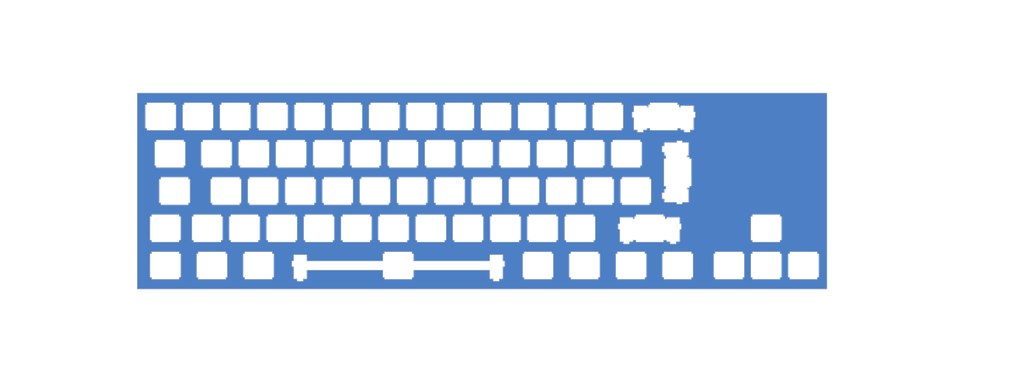
<source format=kicad_pcb>
(kicad_pcb (version 20221018) (generator pcbnew)
  (layers (0 "F.Cu" signal) (31 "B.Cu" signal) (34 "B.Paste" user) (35 "F.Paste" user) (36 "B.SilkS" user "B.Silkscreen") (37 "F.SilkS" user "F.Silkscreen") (38 "B.Mask" user) (39 "F.Mask" user) (44 "Edge.Cuts" user))
  (net 0 "")
  (footprint "GRAPHICS:mkey_large_cu" (layer "F.Cu") (at 349.25 105.56875)
    (fp_text reference "G***" hide)
    (fp_text value "LOGO" hide)
    (fp_poly (pts (xy -9.12472 2.970995) (xy -8.820088 3.063258) (xy -8.737684 3.214684) (xy -8.852152 3.395856) (xy -9.049756 3.479959) (xy -9.382595 3.524266) (xy -9.774466 3.53053) (xy -10.149167 3.500508) (xy -10.430498 3.435952) (xy -10.538648 3.35702) (xy -10.563538 3.153973) (xy -10.433275 3.024988) (xy -10.121562 2.957743) (xy -9.648234 2.939815)) (fill solid) (layer "F.Cu"))
    (fp_poly (pts (xy -21.889676 -0.3331) (xy -21.579427 -0.265586) (xy -21.429998 -0.137518) (xy -21.401852 0) (xy -21.457339 0.179777) (xy -21.647712 0.289803) (xy -22.008836 0.342796) (xy -22.396608 0.352778) (xy -22.877366 0.31285) (xy -23.148495 0.194887) (xy -23.165741 0.176389) (xy -23.252821 -0.044097) (xy -23.127173 -0.214631) (xy -22.80841 -0.321717) (xy -22.396608 -0.352778)) (fill solid) (layer "F.Cu"))
    (fp_poly (pts (xy -15.79169 -7.104834) (xy -15.680021 -6.788492) (xy -15.639815 -6.337142) (xy -15.663289 -5.846834) (xy -15.742354 -5.553728) (xy -15.889967 -5.423739) (xy -15.992592 -5.409259) (xy -16.208151 -5.500521) (xy -16.273993 -5.595266) (xy -16.340441 -5.916026) (xy -16.352348 -6.322159) (xy -16.316022 -6.728562) (xy -16.237771 -7.050132) (xy -16.156256 -7.183709) (xy -15.956535 -7.246573)) (fill solid) (layer "F.Cu"))
    (fp_poly (pts (xy -9.18112 -3.493295) (xy -8.863662 -3.388108) (xy -8.759872 -3.209615) (xy -8.782418 -3.101874) (xy -8.929888 -3.006438) (xy -9.234497 -2.948811) (xy -9.621322 -2.928621) (xy -10.015436 -2.945499) (xy -10.341914 -2.999073) (xy -10.525831 -3.088972) (xy -10.538648 -3.110573) (xy -10.561994 -3.319718) (xy -10.421755 -3.450359) (xy -10.09328 -3.515027) (xy -9.717967 -3.527778)) (fill solid) (layer "F.Cu"))
    (fp_poly (pts (xy -9.158449 -1.861207) (xy -8.871678 -1.790311) (xy -8.758443 -1.65369) (xy -8.78777 -1.440509) (xy -8.928848 -1.352055) (xy -9.227946 -1.300206) (xy -9.610924 -1.283956) (xy -10.003643 -1.302298) (xy -10.331963 -1.354226) (xy -10.521747 -1.438734) (xy -10.538648 -1.464276) (xy -10.563538 -1.667323) (xy -10.433275 -1.796309) (xy -10.121562 -1.863554) (xy -9.648234 -1.881481)) (fill solid) (layer "F.Cu"))
    (fp_poly (pts (xy -9.158449 1.313793) (xy -8.871678 1.384689) (xy -8.758443 1.52131) (xy -8.78777 1.734491) (xy -8.928848 1.822945) (xy -9.227946 1.874794) (xy -9.610924 1.891044) (xy -10.003643 1.872702) (xy -10.331963 1.820774) (xy -10.521747 1.736266) (xy -10.538648 1.710724) (xy -10.563538 1.507677) (xy -10.433275 1.378691) (xy -10.121562 1.311446) (xy -9.648234 1.293519)) (fill solid) (layer "F.Cu"))
    (fp_poly (pts (xy -9.287485 -0.327418) (xy -8.964467 -0.257653) (xy -8.819444 -0.176389) (xy -8.728984 0.045227) (xy -8.852591 0.212966) (xy -9.173081 0.315773) (xy -9.627593 0.343494) (xy -10.019295 0.32833) (xy -10.32347 0.299186) (xy -10.436342 0.274898) (xy -10.565917 0.121021) (xy -10.558982 -0.099834) (xy -10.423836 -0.269327) (xy -10.397327 -0.2814) (xy -10.088639 -0.34493) (xy -9.69045 -0.35839)) (fill solid) (layer "F.Cu"))
    (fp_poly (pts (xy -17.449797 5.495499) (xy -17.373051 5.61254) (xy -17.33096 5.871241) (xy -17.309631 6.213276) (xy -17.323024 6.779668) (xy -17.425118 7.139641) (xy -17.61398 7.287201) (xy -17.656978 7.290741) (xy -17.789664 7.197909) (xy -17.825021 7.131364) (xy -17.851754 6.935938) (xy -17.860148 6.586707) (xy -17.850729 6.220022) (xy -17.822846 5.809066) (xy -17.775772 5.581425) (xy -17.69084 5.485232) (xy -17.580092 5.468056)) (fill solid) (layer "F.Cu"))
    (fp_poly (pts (xy -15.777033 5.500521) (xy -15.711192 5.595266) (xy -15.653626 5.899091) (xy -15.642657 6.311059) (xy -15.674598 6.723703) (xy -15.745764 7.029556) (xy -15.761545 7.063286) (xy -15.921306 7.264061) (xy -16.095732 7.241812) (xy -16.204259 7.14963) (xy -16.281018 6.957428) (xy -16.329443 6.61764) (xy -16.345663 6.216589) (xy -16.325804 5.840599) (xy -16.273993 5.595266) (xy -16.109591 5.435372) (xy -15.992592 5.409259)) (fill solid) (layer "F.Cu"))
    (fp_poly (pts (xy -12.628501 5.495499) (xy -12.551755 5.61254) (xy -12.509664 5.871241) (xy -12.488335 6.213276) (xy -12.501728 6.779668) (xy -12.603821 7.139641) (xy -12.792683 7.287201) (xy -12.835682 7.290741) (xy -12.968367 7.197909) (xy -13.003725 7.131364) (xy -13.030458 6.935938) (xy -13.038852 6.586707) (xy -13.029432 6.220022) (xy -13.001549 5.809066) (xy -12.954476 5.581425) (xy -12.869544 5.485232) (xy -12.758796 5.468056)) (fill solid) (layer "F.Cu"))
    (fp_poly (pts (xy -19.105604 5.489101) (xy -19.035002 5.584897) (xy -19.001373 5.80443) (xy -18.991507 6.196688) (xy -18.991204 6.340201) (xy -19.007748 6.846205) (xy -19.064872 7.143472) (xy -19.173809 7.256609) (xy -19.345793 7.210226) (xy -19.379182 7.190108) (xy -19.467215 7.034603) (xy -19.503099 6.696332) (xy -19.496775 6.280677) (xy -19.470858 5.850267) (xy -19.428722 5.604832) (xy -19.35366 5.494166) (xy -19.228967 5.46806) (xy -19.226389 5.468056)) (fill solid) (layer "F.Cu"))
    (fp_poly (pts (xy -19.00874 -7.126578) (xy -18.954038 -6.828942) (xy -18.954029 -6.329188) (xy -18.956028 -6.280763) (xy -18.989249 -5.824124) (xy -19.046921 -5.560063) (xy -19.139899 -5.446368) (xy -19.173327 -5.435808) (xy -19.382429 -5.450676) (xy -19.43791 -5.483589) (xy -19.479707 -5.635259) (xy -19.509376 -5.952648) (xy -19.52037 -6.357018) (xy -19.508127 -6.802891) (xy -19.463691 -7.065568) (xy -19.375499 -7.196132) (xy -19.324318 -7.223218) (xy -19.128659 -7.249027)) (fill solid) (layer "F.Cu"))
    (fp_poly (pts (xy -17.570761 -7.233002) (xy -17.452398 -7.164764) (xy -17.353066 -6.970007) (xy -17.302203 -6.641045) (xy -17.29667 -6.250586) (xy -17.333329 -5.871338) (xy -17.409041 -5.57601) (xy -17.520667 -5.437308) (xy -17.52703 -5.435808) (xy -17.736132 -5.450676) (xy -17.791614 -5.483589) (xy -17.842924 -5.648932) (xy -17.86912 -5.96557) (xy -17.871944 -6.357756) (xy -17.853139 -6.749746) (xy -17.814446 -7.065795) (xy -17.757607 -7.230157) (xy -17.75133 -7.235128)) (fill solid) (layer "F.Cu"))
    (fp_poly (pts (xy -14.281084 5.492354) (xy -14.205829 5.598286) (xy -14.163397 5.835405) (xy -14.137857 6.253266) (xy -14.135649 6.306156) (xy -14.139365 6.831165) (xy -14.207374 7.142616) (xy -14.346898 7.255104) (xy -14.565159 7.183226) (xy -14.56855 7.18114) (xy -14.653366 6.998021) (xy -14.682471 6.587485) (xy -14.675479 6.280677) (xy -14.649562 5.850267) (xy -14.607425 5.604832) (xy -14.532364 5.494166) (xy -14.40767 5.46806) (xy -14.405092 5.468056)) (fill solid) (layer "F.Cu"))
    (fp_poly (pts (xy -14.187444 -7.126578) (xy -14.132742 -6.828942) (xy -14.132733 -6.329188) (xy -14.134732 -6.280763) (xy -14.167953 -5.824124) (xy -14.225625 -5.560063) (xy -14.318603 -5.446368) (xy -14.35203 -5.435808) (xy -14.561132 -5.450676) (xy -14.616614 -5.483589) (xy -14.658411 -5.635259) (xy -14.68808 -5.952648) (xy -14.699074 -6.357018) (xy -14.686831 -6.802891) (xy -14.642394 -7.065568) (xy -14.554202 -7.196132) (xy -14.503022 -7.223218) (xy -14.307362 -7.249027)) (fill solid) (layer "F.Cu"))
    (fp_poly (pts (xy -12.749465 -7.233002) (xy -12.631102 -7.164764) (xy -12.53177 -6.970007) (xy -12.480907 -6.641045) (xy -12.475374 -6.250586) (xy -12.512032 -5.871338) (xy -12.587744 -5.57601) (xy -12.699371 -5.437308) (xy -12.705734 -5.435808) (xy -12.914836 -5.450676) (xy -12.970317 -5.483589) (xy -13.021627 -5.648932) (xy -13.047823 -5.96557) (xy -13.050648 -6.357756) (xy -13.031842 -6.749746) (xy -12.993149 -7.065795) (xy -12.936311 -7.230157) (xy -12.930034 -7.235128)) (fill solid) (layer "F.Cu"))
    (fp_poly (pts (xy -22.272139 -1.857861) (xy -21.842087 -1.831927) (xy -21.59698 -1.789719) (xy -21.486581 -1.7145) (xy -21.460651 -1.58953) (xy -21.460648 -1.5875) (xy -21.484946 -1.463491) (xy -21.590878 -1.388237) (xy -21.827997 -1.345805) (xy -22.245858 -1.320264) (xy -22.298748 -1.318057) (xy -22.749651 -1.308601) (xy -23.019231 -1.332337) (xy -23.160164 -1.398858) (xy -23.213946 -1.484711) (xy -23.241536 -1.682351) (xy -23.122402 -1.80365) (xy -22.829295 -1.859405) (xy -22.334968 -1.860411)) (fill solid) (layer "F.Cu"))
    (fp_poly (pts (xy -22.272139 2.963436) (xy -21.842087 2.989369) (xy -21.59698 3.031577) (xy -21.486581 3.106797) (xy -21.460651 3.231766) (xy -21.460648 3.233796) (xy -21.484946 3.357805) (xy -21.590878 3.433059) (xy -21.827997 3.475491) (xy -22.245858 3.501032) (xy -22.298748 3.50324) (xy -22.749651 3.512696) (xy -23.019231 3.488959) (xy -23.160164 3.422438) (xy -23.213946 3.336585) (xy -23.241536 3.138946) (xy -23.122402 3.017646) (xy -22.829295 2.961891) (xy -22.334968 2.960885)) (fill solid) (layer "F.Cu"))
    (fp_poly (pts (xy -16.021991 -4.910781) (xy -11.1125 -4.880093) (xy -11.1125 0) (xy -11.1125 4.880093) (xy -16.021991 4.910781) (xy -20.931481 4.941469) (xy -20.931481 0) (xy -20.931481 -4.350926) (xy -20.343518 -4.350926) (xy -20.343518 0) (xy -20.343518 4.350926) (xy -15.992592 4.350926) (xy -11.641667 4.350926) (xy -11.641667 0) (xy -11.641667 -4.350926) (xy -15.992592 -4.350926) (xy -20.343518 -4.350926) (xy -20.931481 -4.350926) (xy -20.931481 -4.941469)) (fill solid) (layer "F.Cu"))
    (fp_poly (pts (xy -22.298748 -3.50324) (xy -21.860374 -3.478502) (xy -21.607629 -3.438445) (xy -21.49096 -3.367136) (xy -21.460812 -3.248645) (xy -21.460648 -3.233796) (xy -21.484826 -3.110057) (xy -21.590321 -3.034851) (xy -21.826571 -2.992363) (xy -22.243015 -2.966776) (xy -22.303195 -2.964263) (xy -22.726147 -2.961925) (xy -23.050442 -2.987949) (xy -23.210904 -3.036788) (xy -23.214919 -3.041846) (xy -23.237541 -3.237717) (xy -23.210472 -3.345637) (xy -23.129342 -3.44711) (xy -22.950704 -3.49979) (xy -22.623388 -3.51252)) (fill solid) (layer "F.Cu"))
    (fp_poly (pts (xy -22.298748 1.318057) (xy -21.860374 1.342794) (xy -21.607629 1.382852) (xy -21.49096 1.45416) (xy -21.460812 1.572652) (xy -21.460648 1.5875) (xy -21.484826 1.711239) (xy -21.590321 1.786445) (xy -21.826571 1.828934) (xy -22.243015 1.854521) (xy -22.303195 1.857033) (xy -22.726147 1.859371) (xy -23.050442 1.833348) (xy -23.210904 1.784508) (xy -23.214919 1.779451) (xy -23.237541 1.58358) (xy -23.210472 1.475659) (xy -23.129342 1.374186) (xy -22.950704 1.321507) (xy -22.623388 1.308776)) (fill solid) (layer "F.Cu"))
    (fp_poly (pts (xy -16.066102 -2.914307) (xy -15.919042 -2.912662) (xy -13.229167 -2.881018) (xy -13.229167 0) (xy -13.229167 2.881019) (xy -15.937571 2.912521) (xy -16.881247 2.919854) (xy -17.610681 2.916707) (xy -18.14662 2.902266) (xy -18.509809 2.87572) (xy -18.720995 2.836254) (xy -18.789192 2.800808) (xy -18.841885 2.632839) (xy -18.883632 2.27292) (xy -18.914567 1.762398) (xy -18.934829 1.14262) (xy -18.944552 0.45493) (xy -18.943875 -0.259326) (xy -18.932933 -0.9588) (xy -18.911863 -1.602147) (xy -18.880801 -2.148022) (xy -18.872133 -2.234259) (xy -18.226852 -2.234259) (xy -18.226852 0) (xy -18.226852 2.234259) (xy -15.992592 2.234259) (xy -13.758333 2.234259) (xy -13.758333 0) (xy -13.758333 -2.234259) (xy -15.992592 -2.234259) (xy -18.226852 -2.234259) (xy -18.872133 -2.234259) (xy -18.839885 -2.555078) (xy -18.78925 -2.781969) (xy -18.770662 -2.810069) (xy -18.618148 -2.857897) (xy -18.284409 -2.891768) (xy -17.75647 -2.912149) (xy -17.021359 -2.919506)) (fill solid) (layer "F.Cu"))
    (fp_poly (pts (xy 5.435861 -3.615984) (xy 5.468056 -1.999097) (xy 6.589953 -3.557187) (xy 7.71185 -5.115278) (xy 8.618631 -5.174074) (xy 9.046158 -5.195383) (xy 9.365109 -5.199065) (xy 9.519067 -5.184817) (xy 9.525206 -5.178932) (xy 9.457393 -5.071602) (xy 9.270846 -4.812238) (xy 8.990671 -4.434874) (xy 8.641976 -3.973543) (xy 8.466667 -3.744054) (xy 8.093789 -3.249499) (xy 7.778481 -2.816022) (xy 7.546114 -2.47971) (xy 7.422064 -2.276652) (xy 7.408333 -2.23877) (xy 7.458942 -2.101632) (xy 7.600688 -1.786488) (xy 7.818452 -1.325145) (xy 8.097117 -0.74941) (xy 8.421563 -0.091092) (xy 8.584259 0.235185) (xy 8.924093 0.916772) (xy 9.225421 1.526044) (xy 9.473237 2.032249) (xy 9.65253 2.404636) (xy 9.748295 2.612452) (xy 9.760185 2.644714) (xy 9.651954 2.672737) (xy 9.364654 2.69375) (xy 8.954378 2.704123) (xy 8.834144 2.70463) (xy 7.908102 2.70463) (xy 7.839732 2.362781) (xy 7.76042 2.13367) (xy 7.591657 1.748154) (xy 7.356661 1.256272) (xy 7.078654 0.708058) (xy 7.019323 0.594899) (xy 6.267283 -0.831135) (xy 5.838271 -0.307583) (xy 5.409259 0.21597) (xy 5.409259 1.4603) (xy 5.409259 2.70463) (xy 4.644908 2.70463) (xy 3.880556 2.70463) (xy 3.880556 -1.224688) (xy 3.880556 -5.154006) (xy 4.642111 -5.193438) (xy 5.403666 -5.23287)) (fill solid) (layer "F.Cu"))
    (fp_poly (pts (xy 22.817526 -3.51646) (xy 23.0615 -3.478521) (xy 23.132675 -3.407978) (xy 23.12548 -3.380787) (xy 23.062269 -3.230934) (xy 22.92431 -2.899128) (xy 22.726318 -2.42092) (xy 22.483008 -1.831859) (xy 22.209096 -1.167499) (xy 22.164132 -1.058333) (xy 21.561147 0.367444) (xy 20.997251 1.6234) (xy 20.47696 2.701333) (xy 20.00479 3.593043) (xy 19.585259 4.290327) (xy 19.222883 4.784985) (xy 18.92218 5.068814) (xy 18.751785 5.137568) (xy 18.504262 5.113167) (xy 18.149492 5.025605) (xy 17.991667 4.974478) (xy 17.672672 4.858646) (xy 17.461699 4.774377) (xy 17.420099 4.752996) (xy 17.474862 4.658629) (xy 17.658712 4.443642) (xy 17.933299 4.152571) (xy 17.964472 4.120791) (xy 18.22903 3.807722) (xy 18.526854 3.387124) (xy 18.825187 2.91458) (xy 19.091277 2.445676) (xy 19.292367 2.035996) (xy 19.395705 1.741125) (xy 19.402778 1.679974) (xy 19.357198 1.54878) (xy 19.229297 1.23393) (xy 19.032327 0.766658) (xy 18.779544 0.178196) (xy 18.484203 -0.500224) (xy 18.289329 -0.943713) (xy 17.17588 -3.468981) (xy 17.954293 -3.504157) (xy 18.363468 -3.508864) (xy 18.675422 -3.486911) (xy 18.818129 -3.445361) (xy 18.888977 -3.307364) (xy 19.026366 -2.990987) (xy 19.213056 -2.537606) (xy 19.431807 -1.988596) (xy 19.531019 -1.734491) (xy 19.756181 -1.16644) (xy 19.955738 -0.685689) (xy 20.113034 -0.330648) (xy 20.211412 -0.139729) (xy 20.23215 -0.117593) (xy 20.295588 -0.222106) (xy 20.422278 -0.510431) (xy 20.596798 -0.944745) (xy 20.803724 -1.487225) (xy 20.92747 -1.822685) (xy 21.549124 -3.527778) (xy 22.370014 -3.527778)) (fill solid) (layer "F.Cu"))
    (fp_poly (pts (xy -2.599619 -3.538909) (xy -2.120771 -3.316878) (xy -1.885879 -3.095085) (xy -1.651413 -2.79701) (xy -1.299064 -3.093492) (xy -0.749495 -3.431164) (xy -0.138857 -3.601507) (xy 0.471078 -3.598752) (xy 1.018535 -3.417129) (xy 1.165745 -3.323719) (xy 1.404941 -3.082524) (xy 1.650557 -2.734609) (xy 1.734491 -2.584634) (xy 1.830336 -2.381096) (xy 1.89985 -2.175178) (xy 1.947219 -1.925723) (xy 1.976627 -1.591573) (xy 1.992261 -1.131568) (xy 1.998305 -0.50455) (xy 1.999074 0.017261) (xy 2.005399 0.714929) (xy 2.022934 1.348813) (xy 2.049517 1.873958) (xy 2.082989 2.245409) (xy 2.113756 2.402993) (xy 2.228438 2.70463) (xy 1.425063 2.70463) (xy 0.621687 2.70463) (xy 0.561544 0.606946) (xy 0.530284 -0.277159) (xy 0.488604 -0.953976) (xy 0.428893 -1.451388) (xy 0.343539 -1.797276) (xy 0.224931 -2.019521) (xy 0.065459 -2.146003) (xy -0.142489 -2.204606) (xy -0.208089 -2.212422) (xy -0.525591 -2.189886) (xy -0.809167 -2.021983) (xy -0.942225 -1.898088) (xy -1.293518 -1.546795) (xy -1.293518 0.578917) (xy -1.293518 2.70463) (xy -2.05787 2.70463) (xy -2.822222 2.70463) (xy -2.823956 0.558565) (xy -2.82859 -0.313787) (xy -2.846335 -0.978709) (xy -2.885335 -1.463903) (xy -2.953739 -1.79707) (xy -3.059694 -2.005913) (xy -3.211347 -2.118135) (xy -3.416845 -2.161437) (xy -3.624974 -2.165084) (xy -4.055631 -2.098033) (xy -4.409472 -1.88091) (xy -4.485451 -1.812306) (xy -4.848937 -1.469907) (xy -4.787381 0.617361) (xy -4.725826 2.70463) (xy -5.479117 2.70463) (xy -6.232407 2.70463) (xy -6.232407 -0.411574) (xy -6.232407 -3.527778) (xy -5.526852 -3.527778) (xy -5.132785 -3.519196) (xy -4.919851 -3.4815) (xy -4.834267 -3.39676) (xy -4.821296 -3.292593) (xy -4.808124 -3.120554) (xy -4.734473 -3.075799) (xy -4.549141 -3.157977) (xy -4.3282 -3.289221) (xy -3.763417 -3.529857) (xy -3.167196 -3.611494)) (fill solid) (layer "F.Cu"))
    (fp_poly (pts (xy 14.057891 -3.610946) (xy 14.872024 -3.426383) (xy 15.537962 -3.065051) (xy 16.041939 -2.541887) (xy 16.370186 -1.871829) (xy 16.508937 -1.069815) (xy 16.512458 -0.947755) (xy 16.514228 -0.64332) (xy 16.491518 -0.414495) (xy 16.415046 -0.250269) (xy 16.25553 -0.139633) (xy 15.983686 -0.071577) (xy 15.570231 -0.035091) (xy 14.985884 -0.019165) (xy 14.201361 -0.012789) (xy 14.022917 -0.011722) (xy 13.294232 -0.003939) (xy 12.770382 0.010983) (xy 12.421052 0.035885) (xy 12.215933 0.073608) (xy 12.12471 0.126993) (xy 12.112037 0.167367) (xy 12.207355 0.426141) (xy 12.450628 0.723522) (xy 12.777834 0.996247) (xy 13.124948 1.181053) (xy 13.144821 1.187901) (xy 13.628526 1.28465) (xy 14.228101 1.315477) (xy 14.845183 1.283043) (xy 15.381408 1.190009) (xy 15.587973 1.121802) (xy 15.871054 1.014435) (xy 16.044037 0.969434) (xy 16.063576 0.972527) (xy 16.071344 1.098468) (xy 16.055403 1.388272) (xy 16.029034 1.679966) (xy 15.959619 2.352533) (xy 15.3668 2.528581) (xy 14.818044 2.638746) (xy 14.172122 2.689715) (xy 13.519203 2.681025) (xy 12.949456 2.612218) (xy 12.686157 2.542284) (xy 11.872549 2.147072) (xy 11.241363 1.611758) (xy 10.800229 0.944536) (xy 10.580446 0.280074) (xy 10.513557 -0.56617) (xy 10.626501 -1.205324) (xy 12.112812 -1.205324) (xy 12.178135 -1.138922) (xy 12.392745 -1.09419) (xy 12.783365 -1.068343) (xy 13.376717 -1.058596) (xy 13.523148 -1.058333) (xy 14.128822 -1.062451) (xy 14.536087 -1.077963) (xy 14.781627 -1.109606) (xy 14.902123 -1.162117) (xy 14.934259 -1.240233) (xy 14.934259 -1.240562) (xy 14.856964 -1.553185) (xy 14.669075 -1.901321) (xy 14.436592 -2.172574) (xy 14.35281 -2.230773) (xy 14.019769 -2.322435) (xy 13.576715 -2.342001) (xy 13.136564 -2.292306) (xy 12.839907 -2.192765) (xy 12.586812 -1.987304) (xy 12.33934 -1.689295) (xy 12.161669 -1.385898) (xy 12.112812 -1.205324) (xy 10.626501 -1.205324) (xy 10.654278 -1.362518) (xy 10.977868 -2.081286) (xy 11.459584 -2.694787) (xy 12.074682 -3.175337) (xy 12.798421 -3.495251) (xy 13.606057 -3.626842)) (fill solid) (layer "F.Cu"))
  )
  (gr_line (start 227.075 156.45) (end 226.275 156.45) (stroke (width 0.2)) (layer "Edge.Cuts"))
  (gr_line (start 62.4 111.45) (end 63.2 111.45) (stroke (width 0.2)) (layer "Edge.Cuts"))
  (gr_line (start 177.2 111.45) (end 177.2 112.45) (stroke (width 0.2)) (layer "Edge.Cuts"))
  (gr_line (start 289.375 168.45) (end 289.375 156.45) (stroke (width 0.2)) (layer "Edge.Cuts"))
  (gr_line (start 74.825 169.45) (end 74.825 168.45) (stroke (width 0.2)) (layer "Edge.Cuts"))
  (gr_line (start 135 99.45) (end 134.2 99.45) (stroke (width 0.2)) (layer "Edge.Cuts"))
  (gr_line (start 289.625 93.22) (end 289.625 92.42) (stroke (width 0.2)) (layer "Edge.Cuts"))
  (gr_line (start 275.85 137.92) (end 275.85 141.15) (stroke (width 0.2)) (layer "Edge.Cuts"))
  (gr_line (start 167.45 150.45) (end 167.45 149.45) (stroke (width 0.2)) (layer "Edge.Cuts"))
  (gr_line (start 307.175 143.95) (end 307.175 141.15) (stroke (width 0.2)) (layer "Edge.Cuts"))
  (gr_line (start 36.275 156.45) (end 36.275 168.45) (stroke (width 0.2)) (layer "Edge.Cuts"))
  (gr_line (start 67.7 92.45) (end 68.5 92.45) (stroke (width 0.2)) (layer "Edge.Cuts"))
  (gr_line (start 357.45 137.45) (end 357.45 136.45) (stroke (width 0.2)) (layer "Edge.Cuts"))
  (gr_line (start 77.2 111.45) (end 78 111.45) (stroke (width 0.2)) (layer "Edge.Cuts"))
  (gr_line (start 310.055 106.375) (end 310.855 106.375) (stroke (width 0.2)) (layer "Edge.Cuts"))
  (gr_line (start 143.7 93.45) (end 143.7 92.45) (stroke (width 0.2)) (layer "Edge.Cuts"))
  (gr_line (start 362.45 168.45) (end 362.45 169.45) (stroke (width 0.2)) (layer "Edge.Cuts"))
  (gr_line (start 157.95 130.45) (end 158.75 130.45) (stroke (width 0.2)) (layer "Edge.Cuts"))
  (gr_line (start 167.45 136.45) (end 153.45 136.45) (stroke (width 0.2)) (layer "Edge.Cuts"))
  (gr_line (start 234.75 130.45) (end 234.75 118.45) (stroke (width 0.2)) (layer "Edge.Cuts"))
  (gr_line (start 172.45 136.45) (end 172.45 137.45) (stroke (width 0.2)) (layer "Edge.Cuts"))
  (gr_line (start 119.95 131.45) (end 119.95 130.45) (stroke (width 0.2)) (layer "Edge.Cuts"))
  (gr_line (start 51.075 168.45) (end 51.875 168.45) (stroke (width 0.2)) (layer "Edge.Cuts"))
  (gr_line (start 73.25 149.45) (end 73.25 137.45) (stroke (width 0.2)) (layer "Edge.Cuts"))
  (gr_line (start 224.45 137.45) (end 224.45 136.45) (stroke (width 0.2)) (layer "Edge.Cuts"))
  (gr_line (start 176.95 131.45) (end 176.95 130.45) (stroke (width 0.2)) (layer "Edge.Cuts"))
  (gr_line (start 139.2 111.45) (end 139.2 112.45) (stroke (width 0.2)) (layer "Edge.Cuts"))
  (gr_line (start 306.3 143.95) (end 307.175 143.95) (stroke (width 0.2)) (layer "Edge.Cuts"))
  (gr_line (start 314.3 84.15) (end 313.425 84.15) (stroke (width 0.2)) (layer "Edge.Cuts"))
  (gr_line (start 276.95 130.45) (end 276.95 131.45) (stroke (width 0.2)) (layer "Edge.Cuts"))
  (gr_line (start 283.275 137.45) (end 283.275 138.72) (stroke (width 0.2)) (layer "Edge.Cuts"))
  (gr_line (start 74.825 168.45) (end 75.625 168.45) (stroke (width 0.2)) (layer "Edge.Cuts"))
  (gr_line (start 288.575 156.45) (end 288.575 155.45) (stroke (width 0.2)) (layer "Edge.Cuts"))
  (gr_line (start 238.7 80.45) (end 238.7 79.45) (stroke (width 0.2)) (layer "Edge.Cuts"))
  (gr_line (start 92.25 149.45) (end 92.25 137.45) (stroke (width 0.2)) (layer "Edge.Cuts"))
  (gr_line (start 67.95 131.45) (end 81.95 131.45) (stroke (width 0.2)) (layer "Edge.Cuts"))
  (gr_line (start 86.7 79.45) (end 72.7 79.45) (stroke (width 0.2)) (layer "Edge.Cuts"))
  (gr_line (start 284.075 150.45) (end 298.075 150.45) (stroke (width 0.2)) (layer "Edge.Cuts"))
  (gr_line (start 206.25 149.45) (end 206.25 137.45) (stroke (width 0.2)) (layer "Edge.Cuts"))
  (gr_line (start 86.7 93.45) (end 86.7 92.45) (stroke (width 0.2)) (layer "Edge.Cuts"))
  (gr_line (start 284.075 136.45) (end 284.075 137.45) (stroke (width 0.2)) (layer "Edge.Cuts"))
  (gr_line (start 110.45 150.45) (end 110.45 149.45) (stroke (width 0.2)) (layer "Edge.Cuts"))
  (gr_line (start 343.45 150.45) (end 357.45 150.45) (stroke (width 0.2)) (layer "Edge.Cuts"))
  (gr_line (start 241.075 169.45) (end 241.075 168.45) (stroke (width 0.2)) (layer "Edge.Cuts"))
  (gr_line (start 205.45 150.45) (end 205.45 149.45) (stroke (width 0.2)) (layer "Edge.Cuts"))
  (gr_line (start 376.45 155.45) (end 362.45 155.45) (stroke (width 0.2)) (layer "Edge.Cuts"))
  (gr_line (start 182.5 92.45) (end 182.5 80.45) (stroke (width 0.2)) (layer "Edge.Cuts"))
  (gr_line (start 211 111.45) (end 211 99.45) (stroke (width 0.2)) (layer "Edge.Cuts"))
  (gr_line (start 53.45 111.45) (end 54.25 111.45) (stroke (width 0.2)) (layer "Edge.Cuts"))
  (gr_line (start 234.2 111.45) (end 234.2 112.45) (stroke (width 0.2)) (layer "Edge.Cuts"))
  (gr_line (start 72.45 150.45) (end 72.45 149.45) (stroke (width 0.2)) (layer "Edge.Cuts"))
  (gr_line (start 148.45 150.45) (end 148.45 149.45) (stroke (width 0.2)) (layer "Edge.Cuts"))
  (gr_line (start 247.65 149.45) (end 248.45 149.45) (stroke (width 0.2)) (layer "Edge.Cuts"))
  (gr_line (start 217.05 162.95) (end 217.05 160.15) (stroke (width 0.2)) (layer "Edge.Cuts"))
  (gr_line (start 310.055 122.75) (end 311.325 122.75) (stroke (width 0.2)) (layer "Edge.Cuts"))
  (gr_line (start 171.65 137.45) (end 171.65 149.45) (stroke (width 0.2)) (layer "Edge.Cuts"))
  (gr_line (start 264.825 155.45) (end 250.825 155.45) (stroke (width 0.2)) (layer "Edge.Cuts"))
  (gr_line (start 82.2 111.45) (end 82.2 112.45) (stroke (width 0.2)) (layer "Edge.Cuts"))
  (gr_line (start 343.45 155.45) (end 343.45 156.45) (stroke (width 0.2)) (layer "Edge.Cuts"))
  (gr_line (start 72.7 80.45) (end 71.9 80.45) (stroke (width 0.2)) (layer "Edge.Cuts"))
  (gr_line (start 157.95 118.45) (end 157.95 117.45) (stroke (width 0.2)) (layer "Edge.Cuts"))
  (gr_line (start 290.4 92.45) (end 291.2 92.45) (stroke (width 0.2)) (layer "Edge.Cuts"))
  (gr_line (start 307.625 98.85) (end 304.825 98.85) (stroke (width 0.2)) (layer "Edge.Cuts"))
  (gr_line (start 243.45 150.45) (end 243.45 149.45) (stroke (width 0.2)) (layer "Edge.Cuts"))
  (gr_line (start 233.95 130.45) (end 234.75 130.45) (stroke (width 0.2)) (layer "Edge.Cuts"))
  (gr_line (start 101.75 130.45) (end 101.75 118.45) (stroke (width 0.2)) (layer "Edge.Cuts"))
  (gr_line (start 124.7 93.45) (end 124.7 92.45) (stroke (width 0.2)) (layer "Edge.Cuts"))
  (gr_line (start 233.4 99.45) (end 233.4 111.45) (stroke (width 0.2)) (layer "Edge.Cuts"))
  (gr_line (start 243.45 136.45) (end 229.45 136.45) (stroke (width 0.2)) (layer "Edge.Cuts"))
  (gr_line (start 134.45 150.45) (end 148.45 150.45) (stroke (width 0.2)) (layer "Edge.Cuts"))
  (gr_line (start 134.45 137.45) (end 133.65 137.45) (stroke (width 0.2)) (layer "Edge.Cuts"))
  (gr_line (start 143.7 92.45) (end 144.5 92.45) (stroke (width 0.2)) (layer "Edge.Cuts"))
  (gr_line (start 306.775 93.22) (end 308.6 93.22) (stroke (width 0.2)) (layer "Edge.Cuts"))
  (gr_line (start 170.625 160.15) (end 170.625 156.45) (stroke (width 0.2)) (layer "Edge.Cuts"))
  (gr_line (start 271.95 130.45) (end 272.75 130.45) (stroke (width 0.2)) (layer "Edge.Cuts"))
  (gr_line (start 219.7 93.45) (end 219.7 92.45) (stroke (width 0.2)) (layer "Edge.Cuts"))
  (gr_line (start 214.95 117.45) (end 200.95 117.45) (stroke (width 0.2)) (layer "Edge.Cuts"))
  (gr_line (start 181.95 131.45) (end 195.95 131.45) (stroke (width 0.2)) (layer "Edge.Cuts"))
  (gr_line (start 105.7 93.45) (end 105.7 92.45) (stroke (width 0.2)) (layer "Edge.Cuts"))
  (gr_line (start 155.825 155.45) (end 155.825 156.45) (stroke (width 0.2)) (layer "Edge.Cuts"))
  (gr_line (start 298.555 125.35) (end 297.355 125.35) (stroke (width 0.2)) (layer "Edge.Cuts"))
  (gr_line (start 216.15 162.95) (end 217.05 162.95) (stroke (width 0.2)) (layer "Edge.Cuts"))
  (gr_line (start 200.95 117.45) (end 200.95 118.45) (stroke (width 0.2)) (layer "Edge.Cuts"))
  (gr_line (start 216.15 156.92) (end 209.5 156.92) (stroke (width 0.2)) (layer "Edge.Cuts"))
  (gr_line (start 358.25 137.45) (end 357.45 137.45) (stroke (width 0.2)) (layer "Edge.Cuts"))
  (gr_line (start 257.95 118.45) (end 257.15 118.45) (stroke (width 0.2)) (layer "Edge.Cuts"))
  (gr_line (start 91.45 149.45) (end 92.25 149.45) (stroke (width 0.2)) (layer "Edge.Cuts"))
  (gr_line (start 195.4 111.45) (end 196.2 111.45) (stroke (width 0.2)) (layer "Edge.Cuts"))
  (gr_line (start 297.355 104.55) (end 298.555 104.55) (stroke (width 0.2)) (layer "Edge.Cuts"))
  (gr_line (start 163.5 92.45) (end 163.5 80.45) (stroke (width 0.2)) (layer "Edge.Cuts"))
  (gr_line (start 284.075 149.45) (end 284.075 150.45) (stroke (width 0.2)) (layer "Edge.Cuts"))
  (gr_line (start 304.825 131.05) (end 307.625 131.05) (stroke (width 0.2)) (layer "Edge.Cuts"))
  (gr_line (start 108.6 160.15) (end 108.6 162.95) (stroke (width 0.2)) (layer "Edge.Cuts"))
  (gr_line (start 214.325 170.42) (end 214.325 169.22) (stroke (width 0.2)) (layer "Edge.Cuts"))
  (gr_line (start 51.075 155.45) (end 37.075 155.45) (stroke (width 0.2)) (layer "Edge.Cuts"))
  (gr_line (start 217.05 160.15) (end 216.15 160.15) (stroke (width 0.2)) (layer "Edge.Cuts"))
  (gr_line (start 299.355 122.75) (end 299.355 123.525) (stroke (width 0.2)) (layer "Edge.Cuts"))
  (gr_line (start 200.95 130.45) (end 200.95 131.45) (stroke (width 0.2)) (layer "Edge.Cuts"))
  (gr_line (start 324.45 169.45) (end 338.45 169.45) (stroke (width 0.2)) (layer "Edge.Cuts"))
  (gr_line (start 181.7 80.45) (end 181.7 79.45) (stroke (width 0.2)) (layer "Edge.Cuts"))
  (gr_line (start 158.2 99.45) (end 157.4 99.45) (stroke (width 0.2)) (layer "Edge.Cuts"))
  (gr_line (start 60.025 156.45) (end 60.025 168.45) (stroke (width 0.2)) (layer "Edge.Cuts"))
  (gr_line (start 271.4 111.45) (end 272.2 111.45) (stroke (width 0.2)) (layer "Edge.Cuts"))
  (gr_line (start 51.075 169.45) (end 51.075 168.45) (stroke (width 0.2)) (layer "Edge.Cuts"))
  (gr_line (start 76.65 149.45) (end 77.45 149.45) (stroke (width 0.2)) (layer "Edge.Cuts"))
  (gr_line (start 162.7 93.45) (end 162.7 92.45) (stroke (width 0.2)) (layer "Edge.Cuts"))
  (gr_line (start 229.45 136.45) (end 229.45 137.45) (stroke (width 0.2)) (layer "Edge.Cuts"))
  (gr_line (start 273.775 156.45) (end 273.775 168.45) (stroke (width 0.2)) (layer "Edge.Cuts"))
  (gr_line (start 376.45 169.45) (end 376.45 168.45) (stroke (width 0.2)) (layer "Edge.Cuts"))
  (gr_line (start 84.575 169.45) (end 98.575 169.45) (stroke (width 0.2)) (layer "Edge.Cuts"))
  (gr_line (start 172.45 149.45) (end 172.45 150.45) (stroke (width 0.2)) (layer "Edge.Cuts"))
  (gr_line (start 166.9 92.45) (end 167.7 92.45) (stroke (width 0.2)) (layer "Edge.Cuts"))
  (gr_line (start 172.2 111.45) (end 173 111.45) (stroke (width 0.2)) (layer "Edge.Cuts"))
  (gr_line (start 243.7 79.45) (end 243.7 80.45) (stroke (width 0.2)) (layer "Edge.Cuts"))
  (gr_line (start 226.275 156.45) (end 226.275 168.45) (stroke (width 0.2)) (layer "Edge.Cuts"))
  (gr_line (start 105.95 117.45) (end 105.95 118.45) (stroke (width 0.2)) (layer "Edge.Cuts"))
  (gr_line (start 286.2 99.45) (end 286.2 98.45) (stroke (width 0.2)) (layer "Edge.Cuts"))
  (gr_line (start 72.45 149.45) (end 73.25 149.45) (stroke (width 0.2)) (layer "Edge.Cuts"))
  (gr_line (start 247.65 137.45) (end 247.65 149.45) (stroke (width 0.2)) (layer "Edge.Cuts"))
  (gr_line (start 71.9 92.45) (end 72.7 92.45) (stroke (width 0.2)) (layer "Edge.Cuts"))
  (gr_line (start 298.325 169.45) (end 312.325 169.45) (stroke (width 0.2)) (layer "Edge.Cuts"))
  (gr_line (start 53.45 99.45) (end 53.45 98.45) (stroke (width 0.2)) (layer "Edge.Cuts"))
  (gr_line (start 86.95 131.45) (end 100.95 131.45) (stroke (width 0.2)) (layer "Edge.Cuts"))
  (gr_line (start 298.325 121.95) (end 299.325 121.95) (stroke (width 0.2)) (layer "Edge.Cuts"))
  (gr_line (start 298.075 149.45) (end 298.875 149.45) (stroke (width 0.2)) (layer "Edge.Cuts"))
  (gr_line (start 153.2 111.45) (end 154 111.45) (stroke (width 0.2)) (layer "Edge.Cuts"))
  (gr_line (start 214.325 169.22) (end 216.15 169.22) (stroke (width 0.2)) (layer "Edge.Cuts"))
  (gr_line (start 98.575 156.45) (end 98.575 155.45) (stroke (width 0.2)) (layer "Edge.Cuts"))
  (gr_line (start 51.875 168.45) (end 51.875 156.45) (stroke (width 0.2)) (layer "Edge.Cuts"))
  (gr_line (start 155.025 164.75) (end 155.025 168.45) (stroke (width 0.2)) (layer "Edge.Cuts"))
  (gr_line (start 262.7 80.45) (end 261.9 80.45) (stroke (width 0.2)) (layer "Edge.Cuts"))
  (gr_line (start 109.9 80.45) (end 109.9 92.45) (stroke (width 0.2)) (layer "Edge.Cuts"))
  (gr_line (start 48.7 79.45) (end 34.7 79.45) (stroke (width 0.2)) (layer "Edge.Cuts"))
  (gr_line (start 37.075 150.45) (end 51.075 150.45) (stroke (width 0.2)) (layer "Edge.Cuts"))
  (gr_line (start 190.65 137.45) (end 190.65 149.45) (stroke (width 0.2)) (layer "Edge.Cuts"))
  (gr_line (start 243.45 149.45) (end 244.25 149.45) (stroke (width 0.2)) (layer "Edge.Cuts"))
  (gr_line (start 51.075 137.45) (end 51.075 136.45) (stroke (width 0.2)) (layer "Edge.Cuts"))
  (gr_line (start 312.325 169.45) (end 312.325 168.45) (stroke (width 0.2)) (layer "Edge.Cuts"))
  (gr_line (start 209.65 137.45) (end 209.65 149.45) (stroke (width 0.2)) (layer "Edge.Cuts"))
  (gr_line (start 289.625 81.72) (end 289.625 80.92) (stroke (width 0.2)) (layer "Edge.Cuts"))
  (gr_line (start 81.95 117.45) (end 67.95 117.45) (stroke (width 0.2)) (layer "Edge.Cuts"))
  (gr_line (start 96.45 136.45) (end 96.45 137.45) (stroke (width 0.2)) (layer "Edge.Cuts"))
  (gr_line (start 100.95 130.45) (end 101.75 130.45) (stroke (width 0.2)) (layer "Edge.Cuts"))
  (gr_line (start 205.45 137.45) (end 205.45 136.45) (stroke (width 0.2)) (layer "Edge.Cuts"))
  (gr_line (start 258.5 92.45) (end 258.5 80.45) (stroke (width 0.2)) (layer "Edge.Cuts"))
  (gr_line (start 248.2 98.45) (end 234.2 98.45) (stroke (width 0.2)) (layer "Edge.Cuts"))
  (gr_line (start 215.2 112.45) (end 229.2 112.45) (stroke (width 0.2)) (layer "Edge.Cuts"))
  (gr_line (start 155.825 168.45) (end 155.825 169.45) (stroke (width 0.2)) (layer "Edge.Cuts"))
  (gr_line (start 276.7 92.45) (end 277.5 92.45) (stroke (width 0.2)) (layer "Edge.Cuts"))
  (gr_line (start 200.7 79.45) (end 186.7 79.45) (stroke (width 0.2)) (layer "Edge.Cuts"))
  (gr_line (start 114.65 137.45) (end 114.65 149.45) (stroke (width 0.2)) (layer "Edge.Cuts"))
  (gr_line (start 81.4 99.45) (end 81.4 111.45) (stroke (width 0.2)) (layer "Edge.Cuts"))
  (gr_line (start 301.475 150.22) (end 301.475 151.42) (stroke (width 0.2)) (layer "Edge.Cuts"))
  (gr_line (start 96.45 137.45) (end 95.65 137.45) (stroke (width 0.2)) (layer "Edge.Cuts"))
  (gr_line (start 148.7 79.45) (end 148.7 80.45) (stroke (width 0.2)) (layer "Edge.Cuts"))
  (gr_line (start 238.95 130.45) (end 238.95 131.45) (stroke (width 0.2)) (layer "Edge.Cuts"))
  (gr_line (start 276.95 118.45) (end 276.15 118.45) (stroke (width 0.2)) (layer "Edge.Cuts"))
  (gr_line (start 29.7 174.45) (end 381.45 174.45) (stroke (width 0.2)) (layer "Edge.Cuts"))
  (gr_line (start 195.95 130.45) (end 196.75 130.45) (stroke (width 0.2)) (layer "Edge.Cuts"))
  (gr_line (start 87.5 80.45) (end 86.7 80.45) (stroke (width 0.2)) (layer "Edge.Cuts"))
  (gr_line (start 170.625 168.45) (end 170.625 164.75) (stroke (width 0.2)) (layer "Edge.Cuts"))
  (gr_line (start 120.2 98.45) (end 120.2 99.45) (stroke (width 0.2)) (layer "Edge.Cuts"))
  (gr_line (start 284.8 94.42) (end 287.8 94.42) (stroke (width 0.2)) (layer "Edge.Cuts"))
  (gr_line (start 215.2 111.45) (end 215.2 112.45) (stroke (width 0.2)) (layer "Edge.Cuts"))
  (gr_line (start 306.3 141.15) (end 306.3 137.92) (stroke (width 0.2)) (layer "Edge.Cuts"))
  (gr_line (start 234.2 112.45) (end 248.2 112.45) (stroke (width 0.2)) (layer "Edge.Cuts"))
  (gr_line (start 229.45 149.45) (end 229.45 150.45) (stroke (width 0.2)) (layer "Edge.Cuts"))
  (gr_line (start 169.825 168.45) (end 170.625 168.45) (stroke (width 0.2)) (layer "Edge.Cuts"))
  (gr_line (start 186.7 79.45) (end 186.7 80.45) (stroke (width 0.2)) (layer "Edge.Cuts"))
  (gr_line (start 129.7 80.45) (end 128.9 80.45) (stroke (width 0.2)) (layer "Edge.Cuts"))
  (gr_line (start 287.8 94.42) (end 287.8 93.22) (stroke (width 0.2)) (layer "Edge.Cuts"))
  (gr_line (start 264.825 169.45) (end 264.825 168.45) (stroke (width 0.2)) (layer "Edge.Cuts"))
  (gr_line (start 67.7 80.45) (end 67.7 79.45) (stroke (width 0.2)) (layer "Edge.Cuts"))
  (gr_line (start 214.4 99.45) (end 214.4 111.45) (stroke (width 0.2)) (layer "Edge.Cuts"))
  (gr_line (start 243.45 137.45) (end 243.45 136.45) (stroke (width 0.2)) (layer "Edge.Cuts"))
  (gr_line (start 306.3 150.22) (end 306.3 143.95) (stroke (width 0.2)) (layer "Edge.Cuts"))
  (gr_line (start 138.95 117.45) (end 124.95 117.45) (stroke (width 0.2)) (layer "Edge.Cuts"))
  (gr_line (start 310.055 123.525) (end 310.055 122.75) (stroke (width 0.2)) (layer "Edge.Cuts"))
  (gr_line (start 36.275 168.45) (end 37.075 168.45) (stroke (width 0.2)) (layer "Edge.Cuts"))
  (gr_line (start 206.25 137.45) (end 205.45 137.45) (stroke (width 0.2)) (layer "Edge.Cuts"))
  (gr_line (start 172.2 112.45) (end 172.2 111.45) (stroke (width 0.2)) (layer "Edge.Cuts"))
  (gr_line (start 298.555 123.525) (end 298.555 125.35) (stroke (width 0.2)) (layer "Edge.Cuts"))
  (gr_line (start 196.2 98.45) (end 196.2 99.45) (stroke (width 0.2)) (layer "Edge.Cuts"))
  (gr_line (start 162.15 118.45) (end 162.15 130.45) (stroke (width 0.2)) (layer "Edge.Cuts"))
  (gr_line (start 196.2 112.45) (end 210.2 112.45) (stroke (width 0.2)) (layer "Edge.Cuts"))
  (gr_line (start 241.075 156.45) (end 241.075 155.45) (stroke (width 0.2)) (layer "Edge.Cuts"))
  (gr_line (start 214.95 131.45) (end 214.95 130.45) (stroke (width 0.2)) (layer "Edge.Cuts"))
  (gr_line (start 248.45 149.45) (end 248.45 150.45) (stroke (width 0.2)) (layer "Edge.Cuts"))
  (gr_line (start 290.4 81.72) (end 289.625 81.72) (stroke (width 0.2)) (layer "Edge.Cuts"))
  (gr_line (start 29.7 74.45) (end 29.7 174.45) (stroke (width 0.2)) (layer "Edge.Cuts"))
  (gr_line (start 83.775 168.45) (end 84.575 168.45) (stroke (width 0.2)) (layer "Edge.Cuts"))
  (gr_line (start 139.2 98.45) (end 139.2 99.45) (stroke (width 0.2)) (layer "Edge.Cuts"))
  (gr_line (start 267.2 99.45) (end 267.2 98.45) (stroke (width 0.2)) (layer "Edge.Cuts"))
  (gr_line (start 298.075 137.45) (end 298.075 136.45) (stroke (width 0.2)) (layer "Edge.Cuts"))
  (gr_line (start 234.75 118.45) (end 233.95 118.45) (stroke (width 0.2)) (layer "Edge.Cuts"))
  (gr_line (start 148.7 92.45) (end 148.7 93.45) (stroke (width 0.2)) (layer "Edge.Cuts"))
  (gr_line (start 342.65 168.45) (end 343.45 168.45) (stroke (width 0.2)) (layer "Edge.Cuts"))
  (gr_line (start 276.15 130.45) (end 276.95 130.45) (stroke (width 0.2)) (layer "Edge.Cuts"))
  (gr_line (start 77.45 136.45) (end 77.45 137.45) (stroke (width 0.2)) (layer "Edge.Cuts"))
  (gr_line (start 224.45 149.45) (end 225.25 149.45) (stroke (width 0.2)) (layer "Edge.Cuts"))
  (gr_line (start 324.45 168.45) (end 324.45 169.45) (stroke (width 0.2)) (layer "Edge.Cuts"))
  (gr_line (start 200.7 93.45) (end 200.7 92.45) (stroke (width 0.2)) (layer "Edge.Cuts"))
  (gr_line (start 299.355 107.15) (end 299.325 107.15) (stroke (width 0.2)) (layer "Edge.Cuts"))
  (gr_line (start 299.355 106.375) (end 299.355 107.15) (stroke (width 0.2)) (layer "Edge.Cuts"))
  (gr_line (start 169.825 169.45) (end 169.825 168.45) (stroke (width 0.2)) (layer "Edge.Cuts"))
  (gr_line (start 215.2 99.45) (end 214.4 99.45) (stroke (width 0.2)) (layer "Edge.Cuts"))
  (gr_line (start 100.95 117.45) (end 86.95 117.45) (stroke (width 0.2)) (layer "Edge.Cuts"))
  (gr_line (start 177.75 130.45) (end 177.75 118.45) (stroke (width 0.2)) (layer "Edge.Cuts"))
  (gr_line (start 124.15 118.45) (end 124.15 130.45) (stroke (width 0.2)) (layer "Edge.Cuts"))
  (gr_line (start 191.45 149.45) (end 191.45 150.45) (stroke (width 0.2)) (layer "Edge.Cuts"))
  (gr_line (start 287 111.45) (end 287 99.45) (stroke (width 0.2)) (layer "Edge.Cuts"))
  (gr_line (start 72.7 79.45) (end 72.7 80.45) (stroke (width 0.2)) (layer "Edge.Cuts"))
  (gr_line (start 267.2 111.45) (end 268 111.45) (stroke (width 0.2)) (layer "Edge.Cuts"))
  (gr_line (start 357.45 156.45) (end 357.45 155.45) (stroke (width 0.2)) (layer "Edge.Cuts"))
  (gr_line (start 267.2 98.45) (end 253.2 98.45) (stroke (width 0.2)) (layer "Edge.Cuts"))
  (gr_line (start 227.075 155.45) (end 227.075 156.45) (stroke (width 0.2)) (layer "Edge.Cuts"))
  (gr_line (start 148.7 80.45) (end 147.9 80.45) (stroke (width 0.2)) (layer "Edge.Cuts"))
  (gr_line (start 311.6 93.22) (end 313.425 93.22) (stroke (width 0.2)) (layer "Edge.Cuts"))
  (gr_line (start 92.25 137.45) (end 91.45 137.45) (stroke (width 0.2)) (layer "Edge.Cuts"))
  (gr_line (start 228.65 149.45) (end 229.45 149.45) (stroke (width 0.2)) (layer "Edge.Cuts"))
  (gr_line (start 361.65 156.45) (end 361.65 168.45) (stroke (width 0.2)) (layer "Edge.Cuts"))
  (gr_line (start 216.15 160.15) (end 216.15 156.92) (stroke (width 0.2)) (layer "Edge.Cuts"))
  (gr_line (start 343.45 137.45) (end 342.65 137.45) (stroke (width 0.2)) (layer "Edge.Cuts"))
  (gr_line (start 51.075 149.45) (end 51.875 149.45) (stroke (width 0.2)) (layer "Edge.Cuts"))
  (gr_line (start 138.95 118.45) (end 138.95 117.45) (stroke (width 0.2)) (layer "Edge.Cuts"))
  (gr_line (start 181.95 118.45) (end 181.15 118.45) (stroke (width 0.2)) (layer "Edge.Cuts"))
  (gr_line (start 60.025 168.45) (end 60.825 168.45) (stroke (width 0.2)) (layer "Edge.Cuts"))
  (gr_line (start 357.45 169.45) (end 357.45 168.45) (stroke (width 0.2)) (layer "Edge.Cuts"))
  (gr_line (start 181.15 130.45) (end 181.95 130.45) (stroke (width 0.2)) (layer "Edge.Cuts"))
  (gr_line (start 167.45 137.45) (end 167.45 136.45) (stroke (width 0.2)) (layer "Edge.Cuts"))
  (gr_line (start 120.2 99.45) (end 119.4 99.45) (stroke (width 0.2)) (layer "Edge.Cuts"))
  (gr_line (start 63.2 111.45) (end 63.2 112.45) (stroke (width 0.2)) (layer "Edge.Cuts"))
  (gr_line (start 49.5 92.45) (end 49.5 80.45) (stroke (width 0.2)) (layer "Edge.Cuts"))
  (gr_line (start 306 80.45) (end 305.2 80.45) (stroke (width 0.2)) (layer "Edge.Cuts"))
  (gr_line (start 167.45 149.45) (end 168.25 149.45) (stroke (width 0.2)) (layer "Edge.Cuts"))
  (gr_line (start 282.5 138.72) (end 282.5 137.92) (stroke (width 0.2)) (layer "Edge.Cuts"))
  (gr_line (start 362.45 155.45) (end 362.45 156.45) (stroke (width 0.2)) (layer "Edge.Cuts"))
  (gr_line (start 230 111.45) (end 230 99.45) (stroke (width 0.2)) (layer "Edge.Cuts"))
  (gr_line (start 313.125 156.45) (end 312.325 156.45) (stroke (width 0.2)) (layer "Edge.Cuts"))
  (gr_line (start 67.95 117.45) (end 67.95 118.45) (stroke (width 0.2)) (layer "Edge.Cuts"))
  (gr_line (start 53.45 112.45) (end 53.45 111.45) (stroke (width 0.2)) (layer "Edge.Cuts"))
  (gr_line (start 67.95 118.45) (end 67.15 118.45) (stroke (width 0.2)) (layer "Edge.Cuts"))
  (gr_line (start 253.75 130.45) (end 253.75 118.45) (stroke (width 0.2)) (layer "Edge.Cuts"))
  (gr_line (start 196.75 130.45) (end 196.75 118.45) (stroke (width 0.2)) (layer "Edge.Cuts"))
  (gr_line (start 41.825 117.45) (end 41.825 118.45) (stroke (width 0.2)) (layer "Edge.Cuts"))
  (gr_line (start 177.2 98.45) (end 177.2 99.45) (stroke (width 0.2)) (layer "Edge.Cuts"))
  (gr_line (start 377.25 156.45) (end 376.45 156.45) (stroke (width 0.2)) (layer "Edge.Cuts"))
  (gr_line (start 186.45 150.45) (end 186.45 149.45) (stroke (width 0.2)) (layer "Edge.Cuts"))
  (gr_line (start 186.45 137.45) (end 186.45 136.45) (stroke (width 0.2)) (layer "Edge.Cuts"))
  (gr_line (start 60.825 156.45) (end 60.025 156.45) (stroke (width 0.2)) (layer "Edge.Cuts"))
  (gr_line (start 284.8 93.22) (end 284.8 94.42) (stroke (width 0.2)) (layer "Edge.Cuts"))
  (gr_line (start 264.825 168.45) (end 265.625 168.45) (stroke (width 0.2)) (layer "Edge.Cuts"))
  (gr_line (start 307.625 131.05) (end 307.625 130.175) (stroke (width 0.2)) (layer "Edge.Cuts"))
  (gr_line (start 134.2 99.45) (end 134.2 98.45) (stroke (width 0.2)) (layer "Edge.Cuts"))
  (gr_line (start 252.95 118.45) (end 252.95 117.45) (stroke (width 0.2)) (layer "Edge.Cuts"))
  (gr_line (start 343.45 168.45) (end 343.45 169.45) (stroke (width 0.2)) (layer "Edge.Cuts"))
  (gr_line (start 258.5 80.45) (end 257.7 80.45) (stroke (width 0.2)) (layer "Edge.Cuts"))
  (gr_line (start 186.7 92.45) (end 186.7 93.45) (stroke (width 0.2)) (layer "Edge.Cuts"))
  (gr_line (start 209.5 164.75) (end 209.5 169.22) (stroke (width 0.2)) (layer "Edge.Cuts"))
  (gr_line (start 119.4 99.45) (end 119.4 111.45) (stroke (width 0.2)) (layer "Edge.Cuts"))
  (gr_line (start 280.675 151.42) (end 280.675 150.22) (stroke (width 0.2)) (layer "Edge.Cuts"))
  (gr_line (start 223.9 80.45) (end 223.9 92.45) (stroke (width 0.2)) (layer "Edge.Cuts"))
  (gr_line (start 53.7 79.45) (end 53.7 80.45) (stroke (width 0.2)) (layer "Edge.Cuts"))
  (gr_line (start 215.2 98.45) (end 215.2 99.45) (stroke (width 0.2)) (layer "Edge.Cuts"))
  (gr_line (start 124.95 118.45) (end 124.15 118.45) (stroke (width 0.2)) (layer "Edge.Cuts"))
  (gr_line (start 119.95 130.45) (end 120.75 130.45) (stroke (width 0.2)) (layer "Edge.Cuts"))
  (gr_line (start 298.325 168.45) (end 298.325 169.45) (stroke (width 0.2)) (layer "Edge.Cuts"))
  (gr_line (start 305.2 93.45) (end 305.2 92.45) (stroke (width 0.2)) (layer "Edge.Cuts"))
  (gr_line (start 238.95 117.45) (end 238.95 118.45) (stroke (width 0.2)) (layer "Edge.Cuts"))
  (gr_line (start 277.675 151.42) (end 280.675 151.42) (stroke (width 0.2)) (layer "Edge.Cuts"))
  (gr_line (start 244.25 137.45) (end 243.45 137.45) (stroke (width 0.2)) (layer "Edge.Cuts"))
  (gr_line (start 210.45 149.45) (end 210.45 150.45) (stroke (width 0.2)) (layer "Edge.Cuts"))
  (gr_line (start 192 99.45) (end 191.2 99.45) (stroke (width 0.2)) (layer "Edge.Cuts"))
  (gr_line (start 74.825 155.45) (end 60.825 155.45) (stroke (width 0.2)) (layer "Edge.Cuts"))
  (gr_line (start 84.575 156.45) (end 83.775 156.45) (stroke (width 0.2)) (layer "Edge.Cuts"))
  (gr_line (start 282.5 150.22) (end 282.5 149.42) (stroke (width 0.2)) (layer "Edge.Cuts"))
  (gr_line (start 155.025 156.45) (end 155.025 160.15) (stroke (width 0.2)) (layer "Edge.Cuts"))
  (gr_line (start 155.025 168.45) (end 155.825 168.45) (stroke (width 0.2)) (layer "Edge.Cuts"))
  (gr_line (start 86.95 130.45) (end 86.95 131.45) (stroke (width 0.2)) (layer "Edge.Cuts"))
  (gr_line (start 248.45 136.45) (end 248.45 137.45) (stroke (width 0.2)) (layer "Edge.Cuts"))
  (gr_line (start 148.45 149.45) (end 149.25 149.45) (stroke (width 0.2)) (layer "Edge.Cuts"))
  (gr_line (start 72.45 136.45) (end 58.45 136.45) (stroke (width 0.2)) (layer "Edge.Cuts"))
  (gr_line (start 290.95 131.45) (end 290.95 130.45) (stroke (width 0.2)) (layer "Edge.Cuts"))
  (gr_line (start 91.7 93.45) (end 105.7 93.45) (stroke (width 0.2)) (layer "Edge.Cuts"))
  (gr_line (start 290.95 130.45) (end 291.75 130.45) (stroke (width 0.2)) (layer "Edge.Cuts"))
  (gr_line (start 37.075 169.45) (end 51.075 169.45) (stroke (width 0.2)) (layer "Edge.Cuts"))
  (gr_line (start 298.325 155.45) (end 298.325 156.45) (stroke (width 0.2)) (layer "Edge.Cuts"))
  (gr_line (start 301.475 151.42) (end 304.475 151.42) (stroke (width 0.2)) (layer "Edge.Cuts"))
  (gr_line (start 310.055 107.15) (end 310.055 106.375) (stroke (width 0.2)) (layer "Edge.Cuts"))
  (gr_line (start 138.95 131.45) (end 138.95 130.45) (stroke (width 0.2)) (layer "Edge.Cuts"))
  (gr_line (start 41.825 118.45) (end 41.025 118.45) (stroke (width 0.2)) (layer "Edge.Cuts"))
  (gr_line (start 109.5 162.95) (end 109.5 169.22) (stroke (width 0.2)) (layer "Edge.Cuts"))
  (gr_line (start 381.45 74.45) (end 29.7 74.45) (stroke (width 0.2)) (layer "Edge.Cuts"))
  (gr_line (start 313.425 93.22) (end 313.425 86.95) (stroke (width 0.2)) (layer "Edge.Cuts"))
  (gr_line (start 234.2 98.45) (end 234.2 99.45) (stroke (width 0.2)) (layer "Edge.Cuts"))
  (gr_line (start 306 81.72) (end 306 80.45) (stroke (width 0.2)) (layer "Edge.Cuts"))
  (gr_line (start 243.7 92.45) (end 243.7 93.45) (stroke (width 0.2)) (layer "Edge.Cuts"))
  (gr_line (start 37.075 156.45) (end 36.275 156.45) (stroke (width 0.2)) (layer "Edge.Cuts"))
  (gr_line (start 224.7 80.45) (end 223.9 80.45) (stroke (width 0.2)) (layer "Edge.Cuts"))
  (gr_line (start 63.2 112.45) (end 77.2 112.45) (stroke (width 0.2)) (layer "Edge.Cuts"))
  (gr_line (start 229.45 137.45) (end 228.65 137.45) (stroke (width 0.2)) (layer "Edge.Cuts"))
  (gr_line (start 200.15 118.45) (end 200.15 130.45) (stroke (width 0.2)) (layer "Edge.Cuts"))
  (gr_line (start 268 99.45) (end 267.2 99.45) (stroke (width 0.2)) (layer "Edge.Cuts"))
  (gr_line (start 167.7 93.45) (end 181.7 93.45) (stroke (width 0.2)) (layer "Edge.Cuts"))
  (gr_line (start 272.2 99.45) (end 271.4 99.45) (stroke (width 0.2)) (layer "Edge.Cuts"))
  (gr_line (start 116 99.45) (end 115.2 99.45) (stroke (width 0.2)) (layer "Edge.Cuts"))
  (gr_line (start 39.45 111.45) (end 39.45 112.45) (stroke (width 0.2)) (layer "Edge.Cuts"))
  (gr_line (start 153.45 137.45) (end 152.65 137.45) (stroke (width 0.2)) (layer "Edge.Cuts"))
  (gr_line (start 72.7 92.45) (end 72.7 93.45) (stroke (width 0.2)) (layer "Edge.Cuts"))
  (gr_line (start 243.7 93.45) (end 257.7 93.45) (stroke (width 0.2)) (layer "Edge.Cuts"))
  (gr_line (start 78 99.45) (end 77.2 99.45) (stroke (width 0.2)) (layer "Edge.Cuts"))
  (gr_line (start 153.45 149.45) (end 153.45 150.45) (stroke (width 0.2)) (layer "Edge.Cuts"))
  (gr_line (start 169.825 156.45) (end 169.825 155.45) (stroke (width 0.2)) (layer "Edge.Cuts"))
  (gr_line (start 311.325 107.95) (end 311.325 107.15) (stroke (width 0.2)) (layer "Edge.Cuts"))
  (gr_line (start 162.95 131.45) (end 176.95 131.45) (stroke (width 0.2)) (layer "Edge.Cuts"))
  (gr_line (start 168.25 137.45) (end 167.45 137.45) (stroke (width 0.2)) (layer "Edge.Cuts"))
  (gr_line (start 310.855 130.175) (end 310.855 123.525) (stroke (width 0.2)) (layer "Edge.Cuts"))
  (gr_line (start 101.75 118.45) (end 100.95 118.45) (stroke (width 0.2)) (layer "Edge.Cuts"))
  (gr_line (start 48.7 80.45) (end 48.7 79.45) (stroke (width 0.2)) (layer "Edge.Cuts"))
  (gr_line (start 274.975 141.15) (end 274.975 143.95) (stroke (width 0.2)) (layer "Edge.Cuts"))
  (gr_line (start 115.45 149.45) (end 115.45 150.45) (stroke (width 0.2)) (layer "Edge.Cuts"))
  (gr_line (start 290.95 117.45) (end 276.95 117.45) (stroke (width 0.2)) (layer "Edge.Cuts"))
  (gr_line (start 224.7 92.45) (end 224.7 93.45) (stroke (width 0.2)) (layer "Edge.Cuts"))
  (gr_line (start 154 99.45) (end 153.2 99.45) (stroke (width 0.2)) (layer "Edge.Cuts"))
  (gr_line (start 143.95 117.45) (end 143.95 118.45) (stroke (width 0.2)) (layer "Edge.Cuts"))
  (gr_line (start 358.25 156.45) (end 357.45 156.45) (stroke (width 0.2)) (layer "Edge.Cuts"))
  (gr_line (start 110.45 137.45) (end 110.45 136.45) (stroke (width 0.2)) (layer "Edge.Cuts"))
  (gr_line (start 143.15 130.45) (end 143.95 130.45) (stroke (width 0.2)) (layer "Edge.Cuts"))
  (gr_line (start 284.075 137.45) (end 283.275 137.45) (stroke (width 0.2)) (layer "Edge.Cuts"))
  (gr_line (start 41.825 130.45) (end 41.825 131.45) (stroke (width 0.2)) (layer "Edge.Cuts"))
  (gr_line (start 253.2 98.45) (end 253.2 99.45) (stroke (width 0.2)) (layer "Edge.Cuts"))
  (gr_line (start 219.7 92.45) (end 220.5 92.45) (stroke (width 0.2)) (layer "Edge.Cuts"))
  (gr_line (start 99.375 168.45) (end 99.375 156.45) (stroke (width 0.2)) (layer "Edge.Cuts"))
  (gr_line (start 311.6 94.42) (end 311.6 93.22) (stroke (width 0.2)) (layer "Edge.Cuts"))
  (gr_line (start 286.2 112.45) (end 286.2 111.45) (stroke (width 0.2)) (layer "Edge.Cuts"))
  (gr_line (start 299.325 107.95) (end 298.325 107.95) (stroke (width 0.2)) (layer "Edge.Cuts"))
  (gr_line (start 36.275 137.45) (end 36.275 149.45) (stroke (width 0.2)) (layer "Edge.Cuts"))
  (gr_line (start 72.7 93.45) (end 86.7 93.45) (stroke (width 0.2)) (layer "Edge.Cuts"))
  (gr_line (start 173 111.45) (end 173 99.45) (stroke (width 0.2)) (layer "Edge.Cuts"))
  (gr_line (start 181.95 130.45) (end 181.95 131.45) (stroke (width 0.2)) (layer "Edge.Cuts"))
  (gr_line (start 209.5 169.22) (end 211.325 169.22) (stroke (width 0.2)) (layer "Edge.Cuts"))
  (gr_line (start 298.555 128.35) (end 298.555 130.175) (stroke (width 0.2)) (layer "Edge.Cuts"))
  (gr_line (start 288.575 155.45) (end 274.575 155.45) (stroke (width 0.2)) (layer "Edge.Cuts"))
  (gr_line (start 342.65 137.45) (end 342.65 149.45) (stroke (width 0.2)) (layer "Edge.Cuts"))
  (gr_line (start 229.45 150.45) (end 243.45 150.45) (stroke (width 0.2)) (layer "Edge.Cuts"))
  (gr_line (start 357.45 136.45) (end 343.45 136.45) (stroke (width 0.2)) (layer "Edge.Cuts"))
  (gr_line (start 105.15 118.45) (end 105.15 130.45) (stroke (width 0.2)) (layer "Edge.Cuts"))
  (gr_line (start 135 111.45) (end 135 99.45) (stroke (width 0.2)) (layer "Edge.Cuts"))
  (gr_line (start 216.15 169.22) (end 216.15 162.95) (stroke (width 0.2)) (layer "Edge.Cuts"))
  (gr_line (start 76.65 137.45) (end 76.65 149.45) (stroke (width 0.2)) (layer "Edge.Cuts"))
  (gr_line (start 267.2 112.45) (end 267.2 111.45) (stroke (width 0.2)) (layer "Edge.Cuts"))
  (gr_line (start 276.95 117.45) (end 276.95 118.45) (stroke (width 0.2)) (layer "Edge.Cuts"))
  (gr_line (start 162.95 118.45) (end 162.15 118.45) (stroke (width 0.2)) (layer "Edge.Cuts"))
  (gr_line (start 77.45 149.45) (end 77.45 150.45) (stroke (width 0.2)) (layer "Edge.Cuts"))
  (gr_line (start 115.2 111.45) (end 116 111.45) (stroke (width 0.2)) (layer "Edge.Cuts"))
  (gr_line (start 312.325 107.95) (end 311.325 107.95) (stroke (width 0.2)) (layer "Edge.Cuts"))
  (gr_line (start 220.5 80.45) (end 219.7 80.45) (stroke (width 0.2)) (layer "Edge.Cuts"))
  (gr_line (start 87.5 92.45) (end 87.5 80.45) (stroke (width 0.2)) (layer "Edge.Cuts"))
  (gr_line (start 224.7 79.45) (end 224.7 80.45) (stroke (width 0.2)) (layer "Edge.Cuts"))
  (gr_line (start 110.7 79.45) (end 110.7 80.45) (stroke (width 0.2)) (layer "Edge.Cuts"))
  (gr_line (start 51.875 156.45) (end 51.075 156.45) (stroke (width 0.2)) (layer "Edge.Cuts"))
  (gr_line (start 268 111.45) (end 268 99.45) (stroke (width 0.2)) (layer "Edge.Cuts"))
  (gr_line (start 139.75 118.45) (end 138.95 118.45) (stroke (width 0.2)) (layer "Edge.Cuts"))
  (gr_line (start 33.9 80.45) (end 33.9 92.45) (stroke (width 0.2)) (layer "Edge.Cuts"))
  (gr_line (start 77.2 112.45) (end 77.2 111.45) (stroke (width 0.2)) (layer "Edge.Cuts"))
  (gr_line (start 248.2 112.45) (end 248.2 111.45) (stroke (width 0.2)) (layer "Edge.Cuts"))
  (gr_line (start 343.45 149.45) (end 343.45 150.45) (stroke (width 0.2)) (layer "Edge.Cuts"))
  (gr_line (start 114.325 170.42) (end 114.325 169.22) (stroke (width 0.2)) (layer "Edge.Cuts"))
  (gr_line (start 191.2 112.45) (end 191.2 111.45) (stroke (width 0.2)) (layer "Edge.Cuts"))
  (gr_line (start 271.95 118.45) (end 271.95 117.45) (stroke (width 0.2)) (layer "Edge.Cuts"))
  (gr_line (start 299.325 121.95) (end 299.325 122.75) (stroke (width 0.2)) (layer "Edge.Cuts"))
  (gr_line (start 205.7 79.45) (end 205.7 80.45) (stroke (width 0.2)) (layer "Edge.Cuts"))
  (gr_line (start 120.2 112.45) (end 134.2 112.45) (stroke (width 0.2)) (layer "Edge.Cuts"))
  (gr_line (start 67.15 118.45) (end 67.15 130.45) (stroke (width 0.2)) (layer "Edge.Cuts"))
  (gr_line (start 233.95 118.45) (end 233.95 117.45) (stroke (width 0.2)) (layer "Edge.Cuts"))
  (gr_line (start 200.7 80.45) (end 200.7 79.45) (stroke (width 0.2)) (layer "Edge.Cuts"))
  (gr_line (start 272.75 118.45) (end 271.95 118.45) (stroke (width 0.2)) (layer "Edge.Cuts"))
  (gr_line (start 34.7 79.45) (end 34.7 80.45) (stroke (width 0.2)) (layer "Edge.Cuts"))
  (gr_line (start 139.75 130.45) (end 139.75 118.45) (stroke (width 0.2)) (layer "Edge.Cuts"))
  (gr_line (start 275.85 141.15) (end 274.975 141.15) (stroke (width 0.2)) (layer "Edge.Cuts"))
  (gr_line (start 211.325 169.22) (end 211.325 170.42) (stroke (width 0.2)) (layer "Edge.Cuts"))
  (gr_line (start 308.6 93.22) (end 308.6 94.42) (stroke (width 0.2)) (layer "Edge.Cuts"))
  (gr_line (start 54.25 111.45) (end 54.25 99.45) (stroke (width 0.2)) (layer "Edge.Cuts"))
  (gr_line (start 67.15 130.45) (end 67.95 130.45) (stroke (width 0.2)) (layer "Edge.Cuts"))
  (gr_line (start 338.45 155.45) (end 324.45 155.45) (stroke (width 0.2)) (layer "Edge.Cuts"))
  (gr_line (start 157.4 99.45) (end 157.4 111.45) (stroke (width 0.2)) (layer "Edge.Cuts"))
  (gr_line (start 100.4 99.45) (end 100.4 111.45) (stroke (width 0.2)) (layer "Edge.Cuts"))
  (gr_line (start 110.45 136.45) (end 96.45 136.45) (stroke (width 0.2)) (layer "Edge.Cuts"))
  (gr_line (start 153.2 98.45) (end 139.2 98.45) (stroke (width 0.2)) (layer "Edge.Cuts"))
  (gr_line (start 166.9 80.45) (end 166.9 92.45) (stroke (width 0.2)) (layer "Edge.Cuts"))
  (gr_line (start 143.95 118.45) (end 143.15 118.45) (stroke (width 0.2)) (layer "Edge.Cuts"))
  (gr_line (start 55.825 130.45) (end 56.625 130.45) (stroke (width 0.2)) (layer "Edge.Cuts"))
  (gr_line (start 191.45 136.45) (end 191.45 137.45) (stroke (width 0.2)) (layer "Edge.Cuts"))
  (gr_line (start 257.95 130.45) (end 257.95 131.45) (stroke (width 0.2)) (layer "Edge.Cuts"))
  (gr_line (start 173 99.45) (end 172.2 99.45) (stroke (width 0.2)) (layer "Edge.Cuts"))
  (gr_line (start 186.7 80.45) (end 185.9 80.45) (stroke (width 0.2)) (layer "Edge.Cuts"))
  (gr_line (start 172.2 99.45) (end 172.2 98.45) (stroke (width 0.2)) (layer "Edge.Cuts"))
  (gr_line (start 37.075 136.45) (end 37.075 137.45) (stroke (width 0.2)) (layer "Edge.Cuts"))
  (gr_line (start 162.7 79.45) (end 148.7 79.45) (stroke (width 0.2)) (layer "Edge.Cuts"))
  (gr_line (start 101.2 99.45) (end 100.4 99.45) (stroke (width 0.2)) (layer "Edge.Cuts"))
  (gr_line (start 191.45 150.45) (end 205.45 150.45) (stroke (width 0.2)) (layer "Edge.Cuts"))
  (gr_line (start 68.5 80.45) (end 67.7 80.45) (stroke (width 0.2)) (layer "Edge.Cuts"))
  (gr_line (start 91.45 136.45) (end 77.45 136.45) (stroke (width 0.2)) (layer "Edge.Cuts"))
  (gr_line (start 55.825 118.45) (end 55.825 117.45) (stroke (width 0.2)) (layer "Edge.Cuts"))
  (gr_line (start 153.45 136.45) (end 153.45 137.45) (stroke (width 0.2)) (layer "Edge.Cuts"))
  (gr_line (start 272.2 98.45) (end 272.2 99.45) (stroke (width 0.2)) (layer "Edge.Cuts"))
  (gr_line (start 214.4 111.45) (end 215.2 111.45) (stroke (width 0.2)) (layer "Edge.Cuts"))
  (gr_line (start 358.25 168.45) (end 358.25 156.45) (stroke (width 0.2)) (layer "Edge.Cuts"))
  (gr_line (start 323.65 156.45) (end 323.65 168.45) (stroke (width 0.2)) (layer "Edge.Cuts"))
  (gr_line (start 376.45 156.45) (end 376.45 155.45) (stroke (width 0.2)) (layer "Edge.Cuts"))
  (gr_line (start 310.855 106.375) (end 310.855 99.725) (stroke (width 0.2)) (layer "Edge.Cuts"))
  (gr_line (start 105.95 131.45) (end 119.95 131.45) (stroke (width 0.2)) (layer "Edge.Cuts"))
  (gr_line (start 105.7 80.45) (end 105.7 79.45) (stroke (width 0.2)) (layer "Edge.Cuts"))
  (gr_line (start 210.2 112.45) (end 210.2 111.45) (stroke (width 0.2)) (layer "Edge.Cuts"))
  (gr_line (start 82.2 98.45) (end 82.2 99.45) (stroke (width 0.2)) (layer "Edge.Cuts"))
  (gr_line (start 77.45 150.45) (end 91.45 150.45) (stroke (width 0.2)) (layer "Edge.Cuts"))
  (gr_line (start 101.2 111.45) (end 101.2 112.45) (stroke (width 0.2)) (layer "Edge.Cuts"))
  (gr_line (start 192 111.45) (end 192 99.45) (stroke (width 0.2)) (layer "Edge.Cuts"))
  (gr_line (start 357.45 168.45) (end 358.25 168.45) (stroke (width 0.2)) (layer "Edge.Cuts"))
  (gr_line (start 67.95 130.45) (end 67.95 131.45) (stroke (width 0.2)) (layer "Edge.Cuts"))
  (gr_line (start 262.7 92.45) (end 262.7 93.45) (stroke (width 0.2)) (layer "Edge.Cuts"))
  (gr_line (start 242.9 92.45) (end 243.7 92.45) (stroke (width 0.2)) (layer "Edge.Cuts"))
  (gr_line (start 91.45 150.45) (end 91.45 149.45) (stroke (width 0.2)) (layer "Edge.Cuts"))
  (gr_line (start 51.075 156.45) (end 51.075 155.45) (stroke (width 0.2)) (layer "Edge.Cuts"))
  (gr_line (start 313.425 84.15) (end 313.425 80.92) (stroke (width 0.2)) (layer "Edge.Cuts"))
  (gr_line (start 298.875 149.45) (end 298.875 149.42) (stroke (width 0.2)) (layer "Edge.Cuts"))
  (gr_line (start 158.75 130.45) (end 158.75 118.45) (stroke (width 0.2)) (layer "Edge.Cuts"))
  (gr_line (start 110.7 92.45) (end 110.7 93.45) (stroke (width 0.2)) (layer "Edge.Cuts"))
  (gr_line (start 299.65 150.22) (end 301.475 150.22) (stroke (width 0.2)) (layer "Edge.Cuts"))
  (gr_line (start 238.95 131.45) (end 252.95 131.45) (stroke (width 0.2)) (layer "Edge.Cuts"))
  (gr_line (start 120.75 118.45) (end 119.95 118.45) (stroke (width 0.2)) (layer "Edge.Cuts"))
  (gr_line (start 262.45 137.45) (end 262.45 136.45) (stroke (width 0.2)) (layer "Edge.Cuts"))
  (gr_line (start 186.45 136.45) (end 172.45 136.45) (stroke (width 0.2)) (layer "Edge.Cuts"))
  (gr_line (start 283.275 149.42) (end 283.275 149.45) (stroke (width 0.2)) (layer "Edge.Cuts"))
  (gr_line (start 105.95 118.45) (end 105.15 118.45) (stroke (width 0.2)) (layer "Edge.Cuts"))
  (gr_line (start 115.2 112.45) (end 115.2 111.45) (stroke (width 0.2)) (layer "Edge.Cuts"))
  (gr_line (start 109.5 156.92) (end 109.5 160.15) (stroke (width 0.2)) (layer "Edge.Cuts"))
  (gr_line (start 282.1 84.15) (end 282.1 86.95) (stroke (width 0.2)) (layer "Edge.Cuts"))
  (gr_line (start 58.45 149.45) (end 58.45 150.45) (stroke (width 0.2)) (layer "Edge.Cuts"))
  (gr_line (start 343.45 156.45) (end 342.65 156.45) (stroke (width 0.2)) (layer "Edge.Cuts"))
  (gr_line (start 119.95 117.45) (end 105.95 117.45) (stroke (width 0.2)) (layer "Edge.Cuts"))
  (gr_line (start 55.825 131.45) (end 55.825 130.45) (stroke (width 0.2)) (layer "Edge.Cuts"))
  (gr_line (start 238.95 118.45) (end 238.15 118.45) (stroke (width 0.2)) (layer "Edge.Cuts"))
  (gr_line (start 201.5 92.45) (end 201.5 80.45) (stroke (width 0.2)) (layer "Edge.Cuts"))
  (gr_line (start 289.625 92.42) (end 290.4 92.42) (stroke (width 0.2)) (layer "Edge.Cuts"))
  (gr_line (start 56.625 118.45) (end 55.825 118.45) (stroke (width 0.2)) (layer "Edge.Cuts"))
  (gr_line (start 133.65 137.45) (end 133.65 149.45) (stroke (width 0.2)) (layer "Edge.Cuts"))
  (gr_line (start 60.825 168.45) (end 60.825 169.45) (stroke (width 0.2)) (layer "Edge.Cuts"))
  (gr_line (start 134.45 136.45) (end 134.45 137.45) (stroke (width 0.2)) (layer "Edge.Cuts"))
  (gr_line (start 209.5 156.92) (end 209.5 160.15) (stroke (width 0.2)) (layer "Edge.Cuts"))
  (gr_line (start 101.2 98.45) (end 101.2 99.45) (stroke (width 0.2)) (layer "Edge.Cuts"))
  (gr_line (start 63.2 99.45) (end 62.4 99.45) (stroke (width 0.2)) (layer "Edge.Cuts"))
  (gr_line (start 58.45 137.45) (end 57.65 137.45) (stroke (width 0.2)) (layer "Edge.Cuts"))
  (gr_line (start 311.325 121.95) (end 312.325 121.95) (stroke (width 0.2)) (layer "Edge.Cuts"))
  (gr_line (start 96.45 149.45) (end 96.45 150.45) (stroke (width 0.2)) (layer "Edge.Cuts"))
  (gr_line (start 154 111.45) (end 154 99.45) (stroke (width 0.2)) (layer "Edge.Cuts"))
  (gr_line (start 298.075 150.45) (end 298.075 149.45) (stroke (width 0.2)) (layer "Edge.Cuts"))
  (gr_line (start 238.15 118.45) (end 238.15 130.45) (stroke (width 0.2)) (layer "Edge.Cuts"))
  (gr_line (start 253.75 118.45) (end 252.95 118.45) (stroke (width 0.2)) (layer "Edge.Cuts"))
  (gr_line (start 282.5 137.92) (end 275.85 137.92) (stroke (width 0.2)) (layer "Edge.Cuts"))
  (gr_line (start 51.875 137.45) (end 51.075 137.45) (stroke (width 0.2)) (layer "Edge.Cuts"))
  (gr_line (start 225.25 149.45) (end 225.25 137.45) (stroke (width 0.2)) (layer "Edge.Cuts"))
  (gr_line (start 291.75 118.45) (end 290.95 118.45) (stroke (width 0.2)) (layer "Edge.Cuts"))
  (gr_line (start 257.7 93.45) (end 257.7 92.45) (stroke (width 0.2)) (layer "Edge.Cuts"))
  (gr_line (start 304.475 151.42) (end 304.475 150.22) (stroke (width 0.2)) (layer "Edge.Cuts"))
  (gr_line (start 304.475 150.22) (end 306.3 150.22) (stroke (width 0.2)) (layer "Edge.Cuts"))
  (gr_line (start 176.95 130.45) (end 177.75 130.45) (stroke (width 0.2)) (layer "Edge.Cuts"))
  (gr_line (start 48.7 92.45) (end 49.5 92.45) (stroke (width 0.2)) (layer "Edge.Cuts"))
  (gr_line (start 100.95 118.45) (end 100.95 117.45) (stroke (width 0.2)) (layer "Edge.Cuts"))
  (gr_line (start 250.825 156.45) (end 250.025 156.45) (stroke (width 0.2)) (layer "Edge.Cuts"))
  (gr_line (start 291.2 79.45) (end 291.2 80.45) (stroke (width 0.2)) (layer "Edge.Cuts"))
  (gr_line (start 239.5 80.45) (end 238.7 80.45) (stroke (width 0.2)) (layer "Edge.Cuts"))
  (gr_line (start 288.575 168.45) (end 289.375 168.45) (stroke (width 0.2)) (layer "Edge.Cuts"))
  (gr_line (start 357.45 155.45) (end 343.45 155.45) (stroke (width 0.2)) (layer "Edge.Cuts"))
  (gr_line (start 298.325 107.95) (end 298.325 121.95) (stroke (width 0.2)) (layer "Edge.Cuts"))
  (gr_line (start 34.7 93.45) (end 48.7 93.45) (stroke (width 0.2)) (layer "Edge.Cuts"))
  (gr_line (start 265.625 168.45) (end 265.625 156.45) (stroke (width 0.2)) (layer "Edge.Cuts"))
  (gr_line (start 263.25 149.45) (end 263.25 137.45) (stroke (width 0.2)) (layer "Edge.Cuts"))
  (gr_line (start 297.355 128.35) (end 298.555 128.35) (stroke (width 0.2)) (layer "Edge.Cuts"))
  (gr_line (start 253.2 112.45) (end 267.2 112.45) (stroke (width 0.2)) (layer "Edge.Cuts"))
  (gr_line (start 185.9 80.45) (end 185.9 92.45) (stroke (width 0.2)) (layer "Edge.Cuts"))
  (gr_line (start 144.5 80.45) (end 143.7 80.45) (stroke (width 0.2)) (layer "Edge.Cuts"))
  (gr_line (start 244.25 149.45) (end 244.25 137.45) (stroke (width 0.2)) (layer "Edge.Cuts"))
  (gr_line (start 290.95 118.45) (end 290.95 117.45) (stroke (width 0.2)) (layer "Edge.Cuts"))
  (gr_line (start 162.7 92.45) (end 163.5 92.45) (stroke (width 0.2)) (layer "Edge.Cuts"))
  (gr_line (start 233.4 111.45) (end 234.2 111.45) (stroke (width 0.2)) (layer "Edge.Cuts"))
  (gr_line (start 167.7 92.45) (end 167.7 93.45) (stroke (width 0.2)) (layer "Edge.Cuts"))
  (gr_line (start 75.625 168.45) (end 75.625 156.45) (stroke (width 0.2)) (layer "Edge.Cuts"))
  (gr_line (start 181.7 93.45) (end 181.7 92.45) (stroke (width 0.2)) (layer "Edge.Cuts"))
  (gr_line (start 298.555 101.55) (end 297.355 101.55) (stroke (width 0.2)) (layer "Edge.Cuts"))
  (gr_line (start 291.75 130.45) (end 291.75 118.45) (stroke (width 0.2)) (layer "Edge.Cuts"))
  (gr_line (start 33.9 92.45) (end 34.7 92.45) (stroke (width 0.2)) (layer "Edge.Cuts"))
  (gr_line (start 342.65 149.45) (end 343.45 149.45) (stroke (width 0.2)) (layer "Edge.Cuts"))
  (gr_line (start 312.325 155.45) (end 298.325 155.45) (stroke (width 0.2)) (layer "Edge.Cuts"))
  (gr_line (start 48.7 93.45) (end 48.7 92.45) (stroke (width 0.2)) (layer "Edge.Cuts"))
  (gr_line (start 210.45 137.45) (end 209.65 137.45) (stroke (width 0.2)) (layer "Edge.Cuts"))
  (gr_line (start 287 99.45) (end 286.2 99.45) (stroke (width 0.2)) (layer "Edge.Cuts"))
  (gr_line (start 58.45 136.45) (end 58.45 137.45) (stroke (width 0.2)) (layer "Edge.Cuts"))
  (gr_line (start 311.325 107.15) (end 310.055 107.15) (stroke (width 0.2)) (layer "Edge.Cuts"))
  (gr_line (start 191.2 98.45) (end 177.2 98.45) (stroke (width 0.2)) (layer "Edge.Cuts"))
  (gr_line (start 277.675 150.22) (end 277.675 151.42) (stroke (width 0.2)) (layer "Edge.Cuts"))
  (gr_line (start 239.5 92.45) (end 239.5 80.45) (stroke (width 0.2)) (layer "Edge.Cuts"))
  (gr_line (start 129.7 92.45) (end 129.7 93.45) (stroke (width 0.2)) (layer "Edge.Cuts"))
  (gr_line (start 357.45 150.45) (end 357.45 149.45) (stroke (width 0.2)) (layer "Edge.Cuts"))
  (gr_line (start 54.25 99.45) (end 53.45 99.45) (stroke (width 0.2)) (layer "Edge.Cuts"))
  (gr_line (start 58.45 150.45) (end 72.45 150.45) (stroke (width 0.2)) (layer "Edge.Cuts"))
  (gr_line (start 110.45 149.45) (end 111.25 149.45) (stroke (width 0.2)) (layer "Edge.Cuts"))
  (gr_line (start 96.45 150.45) (end 110.45 150.45) (stroke (width 0.2)) (layer "Edge.Cuts"))
  (gr_line (start 41.825 131.45) (end 55.825 131.45) (stroke (width 0.2)) (layer "Edge.Cuts"))
  (gr_line (start 162.7 80.45) (end 162.7 79.45) (stroke (width 0.2)) (layer "Edge.Cuts"))
  (gr_line (start 262.45 136.45) (end 248.45 136.45) (stroke (width 0.2)) (layer "Edge.Cuts"))
  (gr_line (start 138.4 99.45) (end 138.4 111.45) (stroke (width 0.2)) (layer "Edge.Cuts"))
  (gr_line (start 125.5 92.45) (end 125.5 80.45) (stroke (width 0.2)) (layer "Edge.Cuts"))
  (gr_line (start 128.9 92.45) (end 129.7 92.45) (stroke (width 0.2)) (layer "Edge.Cuts"))
  (gr_line (start 84.575 168.45) (end 84.575 169.45) (stroke (width 0.2)) (layer "Edge.Cuts"))
  (gr_line (start 105.15 130.45) (end 105.95 130.45) (stroke (width 0.2)) (layer "Edge.Cuts"))
  (gr_line (start 299.325 122.75) (end 299.355 122.75) (stroke (width 0.2)) (layer "Edge.Cuts"))
  (gr_line (start 242.9 80.45) (end 242.9 92.45) (stroke (width 0.2)) (layer "Edge.Cuts"))
  (gr_line (start 169.825 155.45) (end 155.825 155.45) (stroke (width 0.2)) (layer "Edge.Cuts"))
  (gr_line (start 86.15 118.45) (end 86.15 130.45) (stroke (width 0.2)) (layer "Edge.Cuts"))
  (gr_line (start 81.95 130.45) (end 82.75 130.45) (stroke (width 0.2)) (layer "Edge.Cuts"))
  (gr_line (start 277.5 80.45) (end 276.7 80.45) (stroke (width 0.2)) (layer "Edge.Cuts"))
  (gr_line (start 157.95 131.45) (end 157.95 130.45) (stroke (width 0.2)) (layer "Edge.Cuts"))
  (gr_line (start 219.15 130.45) (end 219.95 130.45) (stroke (width 0.2)) (layer "Edge.Cuts"))
  (gr_line (start 152.65 149.45) (end 153.45 149.45) (stroke (width 0.2)) (layer "Edge.Cuts"))
  (gr_line (start 75.625 156.45) (end 74.825 156.45) (stroke (width 0.2)) (layer "Edge.Cuts"))
  (gr_line (start 275.85 150.22) (end 277.675 150.22) (stroke (width 0.2)) (layer "Edge.Cuts"))
  (gr_line (start 81.4 111.45) (end 82.2 111.45) (stroke (width 0.2)) (layer "Edge.Cuts"))
  (gr_line (start 252.95 131.45) (end 252.95 130.45) (stroke (width 0.2)) (layer "Edge.Cuts"))
  (gr_line (start 82.2 99.45) (end 81.4 99.45) (stroke (width 0.2)) (layer "Edge.Cuts"))
  (gr_line (start 282.5 149.42) (end 283.275 149.42) (stroke (width 0.2)) (layer "Edge.Cuts"))
  (gr_line (start 205.45 136.45) (end 191.45 136.45) (stroke (width 0.2)) (layer "Edge.Cuts"))
  (gr_line (start 51.075 150.45) (end 51.075 149.45) (stroke (width 0.2)) (layer "Edge.Cuts"))
  (gr_line (start 82.75 118.45) (end 81.95 118.45) (stroke (width 0.2)) (layer "Edge.Cuts"))
  (gr_line (start 211 99.45) (end 210.2 99.45) (stroke (width 0.2)) (layer "Edge.Cuts"))
  (gr_line (start 274.575 156.45) (end 273.775 156.45) (stroke (width 0.2)) (layer "Edge.Cuts"))
  (gr_line (start 381.45 174.45) (end 381.45 74.45) (stroke (width 0.2)) (layer "Edge.Cuts"))
  (gr_line (start 271.95 117.45) (end 257.95 117.45) (stroke (width 0.2)) (layer "Edge.Cuts"))
  (gr_line (start 200.95 131.45) (end 214.95 131.45) (stroke (width 0.2)) (layer "Edge.Cuts"))
  (gr_line (start 298.555 106.375) (end 299.355 106.375) (stroke (width 0.2)) (layer "Edge.Cuts"))
  (gr_line (start 62.4 99.45) (end 62.4 111.45) (stroke (width 0.2)) (layer "Edge.Cuts"))
  (gr_line (start 91.45 137.45) (end 91.45 136.45) (stroke (width 0.2)) (layer "Edge.Cuts"))
  (gr_line (start 291.2 93.45) (end 305.2 93.45) (stroke (width 0.2)) (layer "Edge.Cuts"))
  (gr_line (start 49.5 80.45) (end 48.7 80.45) (stroke (width 0.2)) (layer "Edge.Cuts"))
  (gr_line (start 252.4 111.45) (end 253.2 111.45) (stroke (width 0.2)) (layer "Edge.Cuts"))
  (gr_line (start 241.875 168.45) (end 241.875 156.45) (stroke (width 0.2)) (layer "Edge.Cuts"))
  (gr_line (start 272.2 112.45) (end 286.2 112.45) (stroke (width 0.2)) (layer "Edge.Cuts"))
  (gr_line (start 298.555 99.725) (end 298.555 101.55) (stroke (width 0.2)) (layer "Edge.Cuts"))
  (gr_line (start 168.25 149.45) (end 168.25 137.45) (stroke (width 0.2)) (layer "Edge.Cuts"))
  (gr_line (start 282.975 86.95) (end 282.975 93.22) (stroke (width 0.2)) (layer "Edge.Cuts"))
  (gr_line (start 298.555 104.55) (end 298.555 106.375) (stroke (width 0.2)) (layer "Edge.Cuts"))
  (gr_line (start 181.7 92.45) (end 182.5 92.45) (stroke (width 0.2)) (layer "Edge.Cuts"))
  (gr_line (start 283.275 149.45) (end 284.075 149.45) (stroke (width 0.2)) (layer "Edge.Cuts"))
  (gr_line (start 274.575 169.45) (end 288.575 169.45) (stroke (width 0.2)) (layer "Edge.Cuts"))
  (gr_line (start 214.95 130.45) (end 215.75 130.45) (stroke (width 0.2)) (layer "Edge.Cuts"))
  (gr_line (start 313.425 80.92) (end 306.775 80.92) (stroke (width 0.2)) (layer "Edge.Cuts"))
  (gr_line (start 314.3 86.95) (end 314.3 84.15) (stroke (width 0.2)) (layer "Edge.Cuts"))
  (gr_line (start 86.15 130.45) (end 86.95 130.45) (stroke (width 0.2)) (layer "Edge.Cuts"))
  (gr_line (start 124.95 131.45) (end 138.95 131.45) (stroke (width 0.2)) (layer "Edge.Cuts"))
  (gr_line (start 313.425 86.95) (end 314.3 86.95) (stroke (width 0.2)) (layer "Edge.Cuts"))
  (gr_line (start 172.45 137.45) (end 171.65 137.45) (stroke (width 0.2)) (layer "Edge.Cuts"))
  (gr_line (start 128.9 80.45) (end 128.9 92.45) (stroke (width 0.2)) (layer "Edge.Cuts"))
  (gr_line (start 134.2 111.45) (end 135 111.45) (stroke (width 0.2)) (layer "Edge.Cuts"))
  (gr_line (start 73.25 137.45) (end 72.45 137.45) (stroke (width 0.2)) (layer "Edge.Cuts"))
  (gr_line (start 153.2 99.45) (end 153.2 98.45) (stroke (width 0.2)) (layer "Edge.Cuts"))
  (gr_line (start 250.825 169.45) (end 264.825 169.45) (stroke (width 0.2)) (layer "Edge.Cuts"))
  (gr_line (start 116 111.45) (end 116 99.45) (stroke (width 0.2)) (layer "Edge.Cuts"))
  (gr_line (start 124.7 92.45) (end 125.5 92.45) (stroke (width 0.2)) (layer "Edge.Cuts"))
  (gr_line (start 71.9 80.45) (end 71.9 92.45) (stroke (width 0.2)) (layer "Edge.Cuts"))
  (gr_line (start 297.525 168.45) (end 298.325 168.45) (stroke (width 0.2)) (layer "Edge.Cuts"))
  (gr_line (start 215.75 118.45) (end 214.95 118.45) (stroke (width 0.2)) (layer "Edge.Cuts"))
  (gr_line (start 108.6 162.95) (end 109.5 162.95) (stroke (width 0.2)) (layer "Edge.Cuts"))
  (gr_line (start 182.5 80.45) (end 181.7 80.45) (stroke (width 0.2)) (layer "Edge.Cuts"))
  (gr_line (start 339.25 168.45) (end 339.25 156.45) (stroke (width 0.2)) (layer "Edge.Cuts"))
  (gr_line (start 185.9 92.45) (end 186.7 92.45) (stroke (width 0.2)) (layer "Edge.Cuts"))
  (gr_line (start 53.7 93.45) (end 67.7 93.45) (stroke (width 0.2)) (layer "Edge.Cuts"))
  (gr_line (start 252.95 117.45) (end 238.95 117.45) (stroke (width 0.2)) (layer "Edge.Cuts"))
  (gr_line (start 109.5 169.22) (end 111.325 169.22) (stroke (width 0.2)) (layer "Edge.Cuts"))
  (gr_line (start 111.25 149.45) (end 111.25 137.45) (stroke (width 0.2)) (layer "Edge.Cuts"))
  (gr_line (start 324.45 155.45) (end 324.45 156.45) (stroke (width 0.2)) (layer "Edge.Cuts"))
  (gr_line (start 250.025 156.45) (end 250.025 168.45) (stroke (width 0.2)) (layer "Edge.Cuts"))
  (gr_line (start 130.25 149.45) (end 130.25 137.45) (stroke (width 0.2)) (layer "Edge.Cuts"))
  (gr_line (start 358.25 149.45) (end 358.25 137.45) (stroke (width 0.2)) (layer "Edge.Cuts"))
  (gr_line (start 38.65 111.45) (end 39.45 111.45) (stroke (width 0.2)) (layer "Edge.Cuts"))
  (gr_line (start 306.775 80.92) (end 306.775 81.72) (stroke (width 0.2)) (layer "Edge.Cuts"))
  (gr_line (start 261.9 92.45) (end 262.7 92.45) (stroke (width 0.2)) (layer "Edge.Cuts"))
  (gr_line (start 37.075 155.45) (end 37.075 156.45) (stroke (width 0.2)) (layer "Edge.Cuts"))
  (gr_line (start 219.95 117.45) (end 219.95 118.45) (stroke (width 0.2)) (layer "Edge.Cuts"))
  (gr_line (start 339.25 156.45) (end 338.45 156.45) (stroke (width 0.2)) (layer "Edge.Cuts"))
  (gr_line (start 111.325 169.22) (end 111.325 170.42) (stroke (width 0.2)) (layer "Edge.Cuts"))
  (gr_line (start 229.2 98.45) (end 215.2 98.45) (stroke (width 0.2)) (layer "Edge.Cuts"))
  (gr_line (start 312.325 168.45) (end 313.125 168.45) (stroke (width 0.2)) (layer "Edge.Cuts"))
  (gr_line (start 105.7 92.45) (end 106.5 92.45) (stroke (width 0.2)) (layer "Edge.Cuts"))
  (gr_line (start 305.2 92.45) (end 306 92.45) (stroke (width 0.2)) (layer "Edge.Cuts"))
  (gr_line (start 226.275 168.45) (end 227.075 168.45) (stroke (width 0.2)) (layer "Edge.Cuts"))
  (gr_line (start 149.25 137.45) (end 148.45 137.45) (stroke (width 0.2)) (layer "Edge.Cuts"))
  (gr_line (start 195.4 99.45) (end 195.4 111.45) (stroke (width 0.2)) (layer "Edge.Cuts"))
  (gr_line (start 37.075 137.45) (end 36.275 137.45) (stroke (width 0.2)) (layer "Edge.Cuts"))
  (gr_line (start 134.45 149.45) (end 134.45 150.45) (stroke (width 0.2)) (layer "Edge.Cuts"))
  (gr_line (start 262.45 150.45) (end 262.45 149.45) (stroke (width 0.2)) (layer "Edge.Cuts"))
  (gr_line (start 171.65 149.45) (end 172.45 149.45) (stroke (width 0.2)) (layer "Edge.Cuts"))
  (gr_line (start 280.675 150.22) (end 282.5 150.22) (stroke (width 0.2)) (layer "Edge.Cuts"))
  (gr_line (start 60.825 169.45) (end 74.825 169.45) (stroke (width 0.2)) (layer "Edge.Cuts"))
  (gr_line (start 306 92.45) (end 306 92.42) (stroke (width 0.2)) (layer "Edge.Cuts"))
  (gr_line (start 308.6 94.42) (end 311.6 94.42) (stroke (width 0.2)) (layer "Edge.Cuts"))
  (gr_line (start 338.45 156.45) (end 338.45 155.45) (stroke (width 0.2)) (layer "Edge.Cuts"))
  (gr_line (start 249 111.45) (end 249 99.45) (stroke (width 0.2)) (layer "Edge.Cuts"))
  (gr_line (start 124.95 130.45) (end 124.95 131.45) (stroke (width 0.2)) (layer "Edge.Cuts"))
  (gr_line (start 129.45 149.45) (end 130.25 149.45) (stroke (width 0.2)) (layer "Edge.Cuts"))
  (gr_line (start 55.825 117.45) (end 41.825 117.45) (stroke (width 0.2)) (layer "Edge.Cuts"))
  (gr_line (start 181.95 117.45) (end 181.95 118.45) (stroke (width 0.2)) (layer "Edge.Cuts"))
  (gr_line (start 377.25 168.45) (end 377.25 156.45) (stroke (width 0.2)) (layer "Edge.Cuts"))
  (gr_line (start 143.95 131.45) (end 157.95 131.45) (stroke (width 0.2)) (layer "Edge.Cuts"))
  (gr_line (start 147.9 80.45) (end 147.9 92.45) (stroke (width 0.2)) (layer "Edge.Cuts"))
  (gr_line (start 158.2 98.45) (end 158.2 99.45) (stroke (width 0.2)) (layer "Edge.Cuts"))
  (gr_line (start 195.95 131.45) (end 195.95 130.45) (stroke (width 0.2)) (layer "Edge.Cuts"))
  (gr_line (start 177.75 118.45) (end 176.95 118.45) (stroke (width 0.2)) (layer "Edge.Cuts"))
  (gr_line (start 306.3 137.92) (end 299.65 137.92) (stroke (width 0.2)) (layer "Edge.Cuts"))
  (gr_line (start 275.85 143.95) (end 275.85 150.22) (stroke (width 0.2)) (layer "Edge.Cuts"))
  (gr_line (start 249 99.45) (end 248.2 99.45) (stroke (width 0.2)) (layer "Edge.Cuts"))
  (gr_line (start 338.45 168.45) (end 339.25 168.45) (stroke (width 0.2)) (layer "Edge.Cuts"))
  (gr_line (start 115.45 150.45) (end 129.45 150.45) (stroke (width 0.2)) (layer "Edge.Cuts"))
  (gr_line (start 272.75 130.45) (end 272.75 118.45) (stroke (width 0.2)) (layer "Edge.Cuts"))
  (gr_line (start 147.9 92.45) (end 148.7 92.45) (stroke (width 0.2)) (layer "Edge.Cuts"))
  (gr_line (start 274.575 155.45) (end 274.575 156.45) (stroke (width 0.2)) (layer "Edge.Cuts"))
  (gr_line (start 77.2 98.45) (end 63.2 98.45) (stroke (width 0.2)) (layer "Edge.Cuts"))
  (gr_line (start 211.325 170.42) (end 214.325 170.42) (stroke (width 0.2)) (layer "Edge.Cuts"))
  (gr_line (start 196.2 111.45) (end 196.2 112.45) (stroke (width 0.2)) (layer "Edge.Cuts"))
  (gr_line (start 120.2 111.45) (end 120.2 112.45) (stroke (width 0.2)) (layer "Edge.Cuts"))
  (gr_line (start 96.2 111.45) (end 97 111.45) (stroke (width 0.2)) (layer "Edge.Cuts"))
  (gr_line (start 262.7 79.45) (end 262.7 80.45) (stroke (width 0.2)) (layer "Edge.Cuts"))
  (gr_line (start 41.025 118.45) (end 41.025 130.45) (stroke (width 0.2)) (layer "Edge.Cuts"))
  (gr_line (start 289.625 80.92) (end 282.975 80.92) (stroke (width 0.2)) (layer "Edge.Cuts"))
  (gr_line (start 51.075 136.45) (end 37.075 136.45) (stroke (width 0.2)) (layer "Edge.Cuts"))
  (gr_line (start 51.875 149.45) (end 51.875 137.45) (stroke (width 0.2)) (layer "Edge.Cuts"))
  (gr_line (start 257.15 118.45) (end 257.15 130.45) (stroke (width 0.2)) (layer "Edge.Cuts"))
  (gr_line (start 37.075 149.45) (end 37.075 150.45) (stroke (width 0.2)) (layer "Edge.Cuts"))
  (gr_line (start 276.95 131.45) (end 290.95 131.45) (stroke (width 0.2)) (layer "Edge.Cuts"))
  (gr_line (start 38.65 99.45) (end 38.65 111.45) (stroke (width 0.2)) (layer "Edge.Cuts"))
  (gr_line (start 307.175 141.15) (end 306.3 141.15) (stroke (width 0.2)) (layer "Edge.Cuts"))
  (gr_line (start 72.45 137.45) (end 72.45 136.45) (stroke (width 0.2)) (layer "Edge.Cuts"))
  (gr_line (start 39.45 98.45) (end 39.45 99.45) (stroke (width 0.2)) (layer "Edge.Cuts"))
  (gr_line (start 298.075 136.45) (end 284.075 136.45) (stroke (width 0.2)) (layer "Edge.Cuts"))
  (gr_line (start 343.45 136.45) (end 343.45 137.45) (stroke (width 0.2)) (layer "Edge.Cuts"))
  (gr_line (start 291.2 80.45) (end 290.4 80.45) (stroke (width 0.2)) (layer "Edge.Cuts"))
  (gr_line (start 224.45 136.45) (end 210.45 136.45) (stroke (width 0.2)) (layer "Edge.Cuts"))
  (gr_line (start 114.65 149.45) (end 115.45 149.45) (stroke (width 0.2)) (layer "Edge.Cuts"))
  (gr_line (start 277.5 92.45) (end 277.5 80.45) (stroke (width 0.2)) (layer "Edge.Cuts"))
  (gr_line (start 158.75 118.45) (end 157.95 118.45) (stroke (width 0.2)) (layer "Edge.Cuts"))
  (gr_line (start 53.7 92.45) (end 53.7 93.45) (stroke (width 0.2)) (layer "Edge.Cuts"))
  (gr_line (start 290.4 92.42) (end 290.4 92.45) (stroke (width 0.2)) (layer "Edge.Cuts"))
  (gr_line (start 77.2 99.45) (end 77.2 98.45) (stroke (width 0.2)) (layer "Edge.Cuts"))
  (gr_line (start 129.45 150.45) (end 129.45 149.45) (stroke (width 0.2)) (layer "Edge.Cuts"))
  (gr_line (start 152.65 137.45) (end 152.65 149.45) (stroke (width 0.2)) (layer "Edge.Cuts"))
  (gr_line (start 57.65 137.45) (end 57.65 149.45) (stroke (width 0.2)) (layer "Edge.Cuts"))
  (gr_line (start 97 111.45) (end 97 99.45) (stroke (width 0.2)) (layer "Edge.Cuts"))
  (gr_line (start 56.625 130.45) (end 56.625 118.45) (stroke (width 0.2)) (layer "Edge.Cuts"))
  (gr_line (start 78 111.45) (end 78 99.45) (stroke (width 0.2)) (layer "Edge.Cuts"))
  (gr_line (start 111.25 137.45) (end 110.45 137.45) (stroke (width 0.2)) (layer "Edge.Cuts"))
  (gr_line (start 310.855 123.525) (end 310.055 123.525) (stroke (width 0.2)) (layer "Edge.Cuts"))
  (gr_line (start 191.2 111.45) (end 192 111.45) (stroke (width 0.2)) (layer "Edge.Cuts"))
  (gr_line (start 313.125 168.45) (end 313.125 156.45) (stroke (width 0.2)) (layer "Edge.Cuts"))
  (gr_line (start 282.1 86.95) (end 282.975 86.95) (stroke (width 0.2)) (layer "Edge.Cuts"))
  (gr_line (start 196.75 118.45) (end 195.95 118.45) (stroke (width 0.2)) (layer "Edge.Cuts"))
  (gr_line (start 125.5 80.45) (end 124.7 80.45) (stroke (width 0.2)) (layer "Edge.Cuts"))
  (gr_line (start 129.7 93.45) (end 143.7 93.45) (stroke (width 0.2)) (layer "Edge.Cuts"))
  (gr_line (start 91.7 92.45) (end 91.7 93.45) (stroke (width 0.2)) (layer "Edge.Cuts"))
  (gr_line (start 219.95 118.45) (end 219.15 118.45) (stroke (width 0.2)) (layer "Edge.Cuts"))
  (gr_line (start 305.2 80.45) (end 305.2 79.45) (stroke (width 0.2)) (layer "Edge.Cuts"))
  (gr_line (start 158.2 112.45) (end 172.2 112.45) (stroke (width 0.2)) (layer "Edge.Cuts"))
  (gr_line (start 263.25 137.45) (end 262.45 137.45) (stroke (width 0.2)) (layer "Edge.Cuts"))
  (gr_line (start 225.25 137.45) (end 224.45 137.45) (stroke (width 0.2)) (layer "Edge.Cuts"))
  (gr_line (start 229.2 111.45) (end 230 111.45) (stroke (width 0.2)) (layer "Edge.Cuts"))
  (gr_line (start 241.075 168.45) (end 241.875 168.45) (stroke (width 0.2)) (layer "Edge.Cuts"))
  (gr_line (start 220.5 92.45) (end 220.5 80.45) (stroke (width 0.2)) (layer "Edge.Cuts"))
  (gr_line (start 177.2 112.45) (end 191.2 112.45) (stroke (width 0.2)) (layer "Edge.Cuts"))
  (gr_line (start 228.65 137.45) (end 228.65 149.45) (stroke (width 0.2)) (layer "Edge.Cuts"))
  (gr_line (start 153.45 150.45) (end 167.45 150.45) (stroke (width 0.2)) (layer "Edge.Cuts"))
  (gr_line (start 210.2 111.45) (end 211 111.45) (stroke (width 0.2)) (layer "Edge.Cuts"))
  (gr_line (start 257.7 79.45) (end 243.7 79.45) (stroke (width 0.2)) (layer "Edge.Cuts"))
  (gr_line (start 148.7 93.45) (end 162.7 93.45) (stroke (width 0.2)) (layer "Edge.Cuts"))
  (gr_line (start 310.855 99.725) (end 307.625 99.725) (stroke (width 0.2)) (layer "Edge.Cuts"))
  (gr_line (start 257.15 130.45) (end 257.95 130.45) (stroke (width 0.2)) (layer "Edge.Cuts"))
  (gr_line (start 304.825 99.725) (end 298.555 99.725) (stroke (width 0.2)) (layer "Edge.Cuts"))
  (gr_line (start 176.95 118.45) (end 176.95 117.45) (stroke (width 0.2)) (layer "Edge.Cuts"))
  (gr_line (start 342.65 156.45) (end 342.65 168.45) (stroke (width 0.2)) (layer "Edge.Cuts"))
  (gr_line (start 99.375 156.45) (end 98.575 156.45) (stroke (width 0.2)) (layer "Edge.Cuts"))
  (gr_line (start 90.9 92.45) (end 91.7 92.45) (stroke (width 0.2)) (layer "Edge.Cuts"))
  (gr_line (start 299.65 149.42) (end 299.65 150.22) (stroke (width 0.2)) (layer "Edge.Cuts"))
  (gr_line (start 248.2 99.45) (end 248.2 98.45) (stroke (width 0.2)) (layer "Edge.Cuts"))
  (gr_line (start 109.5 160.15) (end 108.6 160.15) (stroke (width 0.2)) (layer "Edge.Cuts"))
  (gr_line (start 196.2 99.45) (end 195.4 99.45) (stroke (width 0.2)) (layer "Edge.Cuts"))
  (gr_line (start 195.95 118.45) (end 195.95 117.45) (stroke (width 0.2)) (layer "Edge.Cuts"))
  (gr_line (start 60.825 155.45) (end 60.825 156.45) (stroke (width 0.2)) (layer "Edge.Cuts"))
  (gr_line (start 190.65 149.45) (end 191.45 149.45) (stroke (width 0.2)) (layer "Edge.Cuts"))
  (gr_line (start 162.95 130.45) (end 162.95 131.45) (stroke (width 0.2)) (layer "Edge.Cuts"))
  (gr_line (start 116.15 156.92) (end 109.5 156.92) (stroke (width 0.2)) (layer "Edge.Cuts"))
  (gr_line (start 298.875 138.72) (end 298.875 137.45) (stroke (width 0.2)) (layer "Edge.Cuts"))
  (gr_line (start 304.825 130.175) (end 304.825 131.05) (stroke (width 0.2)) (layer "Edge.Cuts"))
  (gr_line (start 57.65 149.45) (end 58.45 149.45) (stroke (width 0.2)) (layer "Edge.Cuts"))
  (gr_line (start 53.7 80.45) (end 52.9 80.45) (stroke (width 0.2)) (layer "Edge.Cuts"))
  (gr_line (start 248.45 137.45) (end 247.65 137.45) (stroke (width 0.2)) (layer "Edge.Cuts"))
  (gr_line (start 299.325 107.15) (end 299.325 107.95) (stroke (width 0.2)) (layer "Edge.Cuts"))
  (gr_line (start 172.45 150.45) (end 186.45 150.45) (stroke (width 0.2)) (layer "Edge.Cuts"))
  (gr_line (start 289.375 156.45) (end 288.575 156.45) (stroke (width 0.2)) (layer "Edge.Cuts"))
  (gr_line (start 86.7 92.45) (end 87.5 92.45) (stroke (width 0.2)) (layer "Edge.Cuts"))
  (gr_line (start 100.4 111.45) (end 101.2 111.45) (stroke (width 0.2)) (layer "Edge.Cuts"))
  (gr_line (start 238.15 130.45) (end 238.95 130.45) (stroke (width 0.2)) (layer "Edge.Cuts"))
  (gr_line (start 205.7 92.45) (end 205.7 93.45) (stroke (width 0.2)) (layer "Edge.Cuts"))
  (gr_line (start 34.7 80.45) (end 33.9 80.45) (stroke (width 0.2)) (layer "Edge.Cuts"))
  (gr_line (start 191.45 137.45) (end 190.65 137.45) (stroke (width 0.2)) (layer "Edge.Cuts"))
  (gr_line (start 253.2 111.45) (end 253.2 112.45) (stroke (width 0.2)) (layer "Edge.Cuts"))
  (gr_line (start 134.2 112.45) (end 134.2 111.45) (stroke (width 0.2)) (layer "Edge.Cuts"))
  (gr_line (start 95.65 149.45) (end 96.45 149.45) (stroke (width 0.2)) (layer "Edge.Cuts"))
  (gr_line (start 361.65 168.45) (end 362.45 168.45) (stroke (width 0.2)) (layer "Edge.Cuts"))
  (gr_line (start 129.7 79.45) (end 129.7 80.45) (stroke (width 0.2)) (layer "Edge.Cuts"))
  (gr_line (start 311.325 122.75) (end 311.325 121.95) (stroke (width 0.2)) (layer "Edge.Cuts"))
  (gr_line (start 274.975 143.95) (end 275.85 143.95) (stroke (width 0.2)) (layer "Edge.Cuts"))
  (gr_line (start 181.15 118.45) (end 181.15 130.45) (stroke (width 0.2)) (layer "Edge.Cuts"))
  (gr_line (start 82.2 112.45) (end 96.2 112.45) (stroke (width 0.2)) (layer "Edge.Cuts"))
  (gr_line (start 273.775 168.45) (end 274.575 168.45) (stroke (width 0.2)) (layer "Edge.Cuts"))
  (gr_line (start 176.4 111.45) (end 177.2 111.45) (stroke (width 0.2)) (layer "Edge.Cuts"))
  (gr_line (start 297.525 156.45) (end 297.525 168.45) (stroke (width 0.2)) (layer "Edge.Cuts"))
  (gr_line (start 209.65 149.45) (end 210.45 149.45) (stroke (width 0.2)) (layer "Edge.Cuts"))
  (gr_line (start 282.975 84.15) (end 282.1 84.15) (stroke (width 0.2)) (layer "Edge.Cuts"))
  (gr_line (start 138.95 130.45) (end 139.75 130.45) (stroke (width 0.2)) (layer "Edge.Cuts"))
  (gr_line (start 307.625 130.175) (end 310.855 130.175) (stroke (width 0.2)) (layer "Edge.Cuts"))
  (gr_line (start 170.625 156.45) (end 169.825 156.45) (stroke (width 0.2)) (layer "Edge.Cuts"))
  (gr_line (start 124.15 130.45) (end 124.95 130.45) (stroke (width 0.2)) (layer "Edge.Cuts"))
  (gr_line (start 110.7 80.45) (end 109.9 80.45) (stroke (width 0.2)) (layer "Edge.Cuts"))
  (gr_line (start 53.45 98.45) (end 39.45 98.45) (stroke (width 0.2)) (layer "Edge.Cuts"))
  (gr_line (start 282.975 93.22) (end 284.8 93.22) (stroke (width 0.2)) (layer "Edge.Cuts"))
  (gr_line (start 119.4 111.45) (end 120.2 111.45) (stroke (width 0.2)) (layer "Edge.Cuts"))
  (gr_line (start 67.7 79.45) (end 53.7 79.45) (stroke (width 0.2)) (layer "Edge.Cuts"))
  (gr_line (start 52.9 80.45) (end 52.9 92.45) (stroke (width 0.2)) (layer "Edge.Cuts"))
  (gr_line (start 265.625 156.45) (end 264.825 156.45) (stroke (width 0.2)) (layer "Edge.Cuts"))
  (gr_line (start 324.45 156.45) (end 323.65 156.45) (stroke (width 0.2)) (layer "Edge.Cuts"))
  (gr_line (start 81.95 131.45) (end 81.95 130.45) (stroke (width 0.2)) (layer "Edge.Cuts"))
  (gr_line (start 167.7 80.45) (end 166.9 80.45) (stroke (width 0.2)) (layer "Edge.Cuts"))
  (gr_line (start 153.2 112.45) (end 153.2 111.45) (stroke (width 0.2)) (layer "Edge.Cuts"))
  (gr_line (start 262.7 93.45) (end 276.7 93.45) (stroke (width 0.2)) (layer "Edge.Cuts"))
  (gr_line (start 83.775 156.45) (end 83.775 168.45) (stroke (width 0.2)) (layer "Edge.Cuts"))
  (gr_line (start 297.355 125.35) (end 297.355 128.35) (stroke (width 0.2)) (layer "Edge.Cuts"))
  (gr_line (start 219.7 80.45) (end 219.7 79.45) (stroke (width 0.2)) (layer "Edge.Cuts"))
  (gr_line (start 101.2 112.45) (end 115.2 112.45) (stroke (width 0.2)) (layer "Edge.Cuts"))
  (gr_line (start 115.2 98.45) (end 101.2 98.45) (stroke (width 0.2)) (layer "Edge.Cuts"))
  (gr_line (start 186.7 93.45) (end 200.7 93.45) (stroke (width 0.2)) (layer "Edge.Cuts"))
  (gr_line (start 205.7 93.45) (end 219.7 93.45) (stroke (width 0.2)) (layer "Edge.Cuts"))
  (gr_line (start 82.75 130.45) (end 82.75 118.45) (stroke (width 0.2)) (layer "Edge.Cuts"))
  (gr_line (start 306.775 92.42) (end 306.775 93.22) (stroke (width 0.2)) (layer "Edge.Cuts"))
  (gr_line (start 170.625 164.75) (end 209.5 164.75) (stroke (width 0.2)) (layer "Edge.Cuts"))
  (gr_line (start 109.9 92.45) (end 110.7 92.45) (stroke (width 0.2)) (layer "Edge.Cuts"))
  (gr_line (start 241.075 155.45) (end 227.075 155.45) (stroke (width 0.2)) (layer "Edge.Cuts"))
  (gr_line (start 138.4 111.45) (end 139.2 111.45) (stroke (width 0.2)) (layer "Edge.Cuts"))
  (gr_line (start 155.825 169.45) (end 169.825 169.45) (stroke (width 0.2)) (layer "Edge.Cuts"))
  (gr_line (start 67.7 93.45) (end 67.7 92.45) (stroke (width 0.2)) (layer "Edge.Cuts"))
  (gr_line (start 120.75 130.45) (end 120.75 118.45) (stroke (width 0.2)) (layer "Edge.Cuts"))
  (gr_line (start 115.45 136.45) (end 115.45 137.45) (stroke (width 0.2)) (layer "Edge.Cuts"))
  (gr_line (start 312.325 121.95) (end 312.325 107.95) (stroke (width 0.2)) (layer "Edge.Cuts"))
  (gr_line (start 200.7 92.45) (end 201.5 92.45) (stroke (width 0.2)) (layer "Edge.Cuts"))
  (gr_line (start 299.65 138.72) (end 298.875 138.72) (stroke (width 0.2)) (layer "Edge.Cuts"))
  (gr_line (start 133.65 149.45) (end 134.45 149.45) (stroke (width 0.2)) (layer "Edge.Cuts"))
  (gr_line (start 229.2 112.45) (end 229.2 111.45) (stroke (width 0.2)) (layer "Edge.Cuts"))
  (gr_line (start 250.825 155.45) (end 250.825 156.45) (stroke (width 0.2)) (layer "Edge.Cuts"))
  (gr_line (start 96.2 112.45) (end 96.2 111.45) (stroke (width 0.2)) (layer "Edge.Cuts"))
  (gr_line (start 143.7 79.45) (end 129.7 79.45) (stroke (width 0.2)) (layer "Edge.Cuts"))
  (gr_line (start 177.2 99.45) (end 176.4 99.45) (stroke (width 0.2)) (layer "Edge.Cuts"))
  (gr_line (start 276.15 118.45) (end 276.15 130.45) (stroke (width 0.2)) (layer "Edge.Cuts"))
  (gr_line (start 81.95 118.45) (end 81.95 117.45) (stroke (width 0.2)) (layer "Edge.Cuts"))
  (gr_line (start 243.7 80.45) (end 242.9 80.45) (stroke (width 0.2)) (layer "Edge.Cuts"))
  (gr_line (start 205.45 149.45) (end 206.25 149.45) (stroke (width 0.2)) (layer "Edge.Cuts"))
  (gr_line (start 238.7 93.45) (end 238.7 92.45) (stroke (width 0.2)) (layer "Edge.Cuts"))
  (gr_line (start 41.025 130.45) (end 41.825 130.45) (stroke (width 0.2)) (layer "Edge.Cuts"))
  (gr_line (start 248.45 150.45) (end 262.45 150.45) (stroke (width 0.2)) (layer "Edge.Cuts"))
  (gr_line (start 91.7 79.45) (end 91.7 80.45) (stroke (width 0.2)) (layer "Edge.Cuts"))
  (gr_line (start 91.7 80.45) (end 90.9 80.45) (stroke (width 0.2)) (layer "Edge.Cuts"))
  (gr_line (start 227.075 168.45) (end 227.075 169.45) (stroke (width 0.2)) (layer "Edge.Cuts"))
  (gr_line (start 286.2 111.45) (end 287 111.45) (stroke (width 0.2)) (layer "Edge.Cuts"))
  (gr_line (start 283.275 138.72) (end 282.5 138.72) (stroke (width 0.2)) (layer "Edge.Cuts"))
  (gr_line (start 37.075 168.45) (end 37.075 169.45) (stroke (width 0.2)) (layer "Edge.Cuts"))
  (gr_line (start 271.4 99.45) (end 271.4 111.45) (stroke (width 0.2)) (layer "Edge.Cuts"))
  (gr_line (start 233.95 117.45) (end 219.95 117.45) (stroke (width 0.2)) (layer "Edge.Cuts"))
  (gr_line (start 98.575 168.45) (end 99.375 168.45) (stroke (width 0.2)) (layer "Edge.Cuts"))
  (gr_line (start 230 99.45) (end 229.2 99.45) (stroke (width 0.2)) (layer "Edge.Cuts"))
  (gr_line (start 124.95 117.45) (end 124.95 118.45) (stroke (width 0.2)) (layer "Edge.Cuts"))
  (gr_line (start 84.575 155.45) (end 84.575 156.45) (stroke (width 0.2)) (layer "Edge.Cuts"))
  (gr_line (start 39.45 99.45) (end 38.65 99.45) (stroke (width 0.2)) (layer "Edge.Cuts"))
  (gr_line (start 298.875 149.42) (end 299.65 149.42) (stroke (width 0.2)) (layer "Edge.Cuts"))
  (gr_line (start 200.95 118.45) (end 200.15 118.45) (stroke (width 0.2)) (layer "Edge.Cuts"))
  (gr_line (start 252.4 99.45) (end 252.4 111.45) (stroke (width 0.2)) (layer "Edge.Cuts"))
  (gr_line (start 376.45 168.45) (end 377.25 168.45) (stroke (width 0.2)) (layer "Edge.Cuts"))
  (gr_line (start 201.5 80.45) (end 200.7 80.45) (stroke (width 0.2)) (layer "Edge.Cuts"))
  (gr_line (start 74.825 156.45) (end 74.825 155.45) (stroke (width 0.2)) (layer "Edge.Cuts"))
  (gr_line (start 176.4 99.45) (end 176.4 111.45) (stroke (width 0.2)) (layer "Edge.Cuts"))
  (gr_line (start 114.325 169.22) (end 116.15 169.22) (stroke (width 0.2)) (layer "Edge.Cuts"))
  (gr_line (start 163.5 80.45) (end 162.7 80.45) (stroke (width 0.2)) (layer "Edge.Cuts"))
  (gr_line (start 219.15 118.45) (end 219.15 130.45) (stroke (width 0.2)) (layer "Edge.Cuts"))
  (gr_line (start 298.555 130.175) (end 304.825 130.175) (stroke (width 0.2)) (layer "Edge.Cuts"))
  (gr_line (start 257.7 92.45) (end 258.5 92.45) (stroke (width 0.2)) (layer "Edge.Cuts"))
  (gr_line (start 362.45 156.45) (end 361.65 156.45) (stroke (width 0.2)) (layer "Edge.Cuts"))
  (gr_line (start 105.95 130.45) (end 105.95 131.45) (stroke (width 0.2)) (layer "Edge.Cuts"))
  (gr_line (start 34.7 92.45) (end 34.7 93.45) (stroke (width 0.2)) (layer "Edge.Cuts"))
  (gr_line (start 186.45 149.45) (end 187.25 149.45) (stroke (width 0.2)) (layer "Edge.Cuts"))
  (gr_line (start 210.2 98.45) (end 196.2 98.45) (stroke (width 0.2)) (layer "Edge.Cuts"))
  (gr_line (start 250.825 168.45) (end 250.825 169.45) (stroke (width 0.2)) (layer "Edge.Cuts"))
  (gr_line (start 124.7 80.45) (end 124.7 79.45) (stroke (width 0.2)) (layer "Edge.Cuts"))
  (gr_line (start 139.2 112.45) (end 153.2 112.45) (stroke (width 0.2)) (layer "Edge.Cuts"))
  (gr_line (start 210.2 99.45) (end 210.2 98.45) (stroke (width 0.2)) (layer "Edge.Cuts"))
  (gr_line (start 97 99.45) (end 96.2 99.45) (stroke (width 0.2)) (layer "Edge.Cuts"))
  (gr_line (start 223.9 92.45) (end 224.7 92.45) (stroke (width 0.2)) (layer "Edge.Cuts"))
  (gr_line (start 288.575 169.45) (end 288.575 168.45) (stroke (width 0.2)) (layer "Edge.Cuts"))
  (gr_line (start 343.45 169.45) (end 357.45 169.45) (stroke (width 0.2)) (layer "Edge.Cuts"))
  (gr_line (start 139.2 99.45) (end 138.4 99.45) (stroke (width 0.2)) (layer "Edge.Cuts"))
  (gr_line (start 286.2 98.45) (end 272.2 98.45) (stroke (width 0.2)) (layer "Edge.Cuts"))
  (gr_line (start 298.875 137.45) (end 298.075 137.45) (stroke (width 0.2)) (layer "Edge.Cuts"))
  (gr_line (start 98.575 155.45) (end 84.575 155.45) (stroke (width 0.2)) (layer "Edge.Cuts"))
  (gr_line (start 297.355 101.55) (end 297.355 104.55) (stroke (width 0.2)) (layer "Edge.Cuts"))
  (gr_line (start 210.45 136.45) (end 210.45 137.45) (stroke (width 0.2)) (layer "Edge.Cuts"))
  (gr_line (start 252.95 130.45) (end 253.75 130.45) (stroke (width 0.2)) (layer "Edge.Cuts"))
  (gr_line (start 115.2 99.45) (end 115.2 98.45) (stroke (width 0.2)) (layer "Edge.Cuts"))
  (gr_line (start 312.325 156.45) (end 312.325 155.45) (stroke (width 0.2)) (layer "Edge.Cuts"))
  (gr_line (start 282.975 80.92) (end 282.975 84.15) (stroke (width 0.2)) (layer "Edge.Cuts"))
  (gr_line (start 191.2 99.45) (end 191.2 98.45) (stroke (width 0.2)) (layer "Edge.Cuts"))
  (gr_line (start 209.5 160.15) (end 170.625 160.15) (stroke (width 0.2)) (layer "Edge.Cuts"))
  (gr_line (start 116.15 164.75) (end 155.025 164.75) (stroke (width 0.2)) (layer "Edge.Cuts"))
  (gr_line (start 115.45 137.45) (end 114.65 137.45) (stroke (width 0.2)) (layer "Edge.Cuts"))
  (gr_line (start 271.95 131.45) (end 271.95 130.45) (stroke (width 0.2)) (layer "Edge.Cuts"))
  (gr_line (start 187.25 149.45) (end 187.25 137.45) (stroke (width 0.2)) (layer "Edge.Cuts"))
  (gr_line (start 52.9 92.45) (end 53.7 92.45) (stroke (width 0.2)) (layer "Edge.Cuts"))
  (gr_line (start 323.65 168.45) (end 324.45 168.45) (stroke (width 0.2)) (layer "Edge.Cuts"))
  (gr_line (start 210.45 150.45) (end 224.45 150.45) (stroke (width 0.2)) (layer "Edge.Cuts"))
  (gr_line (start 219.95 130.45) (end 219.95 131.45) (stroke (width 0.2)) (layer "Edge.Cuts"))
  (gr_line (start 68.5 92.45) (end 68.5 80.45) (stroke (width 0.2)) (layer "Edge.Cuts"))
  (gr_line (start 290.4 80.45) (end 290.4 81.72) (stroke (width 0.2)) (layer "Edge.Cuts"))
  (gr_line (start 204.9 80.45) (end 204.9 92.45) (stroke (width 0.2)) (layer "Edge.Cuts"))
  (gr_line (start 215.75 130.45) (end 215.75 118.45) (stroke (width 0.2)) (layer "Edge.Cuts"))
  (gr_line (start 205.7 80.45) (end 204.9 80.45) (stroke (width 0.2)) (layer "Edge.Cuts"))
  (gr_line (start 338.45 169.45) (end 338.45 168.45) (stroke (width 0.2)) (layer "Edge.Cuts"))
  (gr_line (start 100.95 131.45) (end 100.95 130.45) (stroke (width 0.2)) (layer "Edge.Cuts"))
  (gr_line (start 264.825 156.45) (end 264.825 155.45) (stroke (width 0.2)) (layer "Edge.Cuts"))
  (gr_line (start 134.2 98.45) (end 120.2 98.45) (stroke (width 0.2)) (layer "Edge.Cuts"))
  (gr_line (start 157.4 111.45) (end 158.2 111.45) (stroke (width 0.2)) (layer "Edge.Cuts"))
  (gr_line (start 298.325 156.45) (end 297.525 156.45) (stroke (width 0.2)) (layer "Edge.Cuts"))
  (gr_line (start 357.45 149.45) (end 358.25 149.45) (stroke (width 0.2)) (layer "Edge.Cuts"))
  (gr_line (start 110.7 93.45) (end 124.7 93.45) (stroke (width 0.2)) (layer "Edge.Cuts"))
  (gr_line (start 299.355 123.525) (end 298.555 123.525) (stroke (width 0.2)) (layer "Edge.Cuts"))
  (gr_line (start 306.775 81.72) (end 306 81.72) (stroke (width 0.2)) (layer "Edge.Cuts"))
  (gr_line (start 106.5 92.45) (end 106.5 80.45) (stroke (width 0.2)) (layer "Edge.Cuts"))
  (gr_line (start 253.2 99.45) (end 252.4 99.45) (stroke (width 0.2)) (layer "Edge.Cuts"))
  (gr_line (start 250.025 168.45) (end 250.825 168.45) (stroke (width 0.2)) (layer "Edge.Cuts"))
  (gr_line (start 111.325 170.42) (end 114.325 170.42) (stroke (width 0.2)) (layer "Edge.Cuts"))
  (gr_line (start 307.625 99.725) (end 307.625 98.85) (stroke (width 0.2)) (layer "Edge.Cuts"))
  (gr_line (start 86.95 117.45) (end 86.95 118.45) (stroke (width 0.2)) (layer "Edge.Cuts"))
  (gr_line (start 155.825 156.45) (end 155.025 156.45) (stroke (width 0.2)) (layer "Edge.Cuts"))
  (gr_line (start 143.95 130.45) (end 143.95 131.45) (stroke (width 0.2)) (layer "Edge.Cuts"))
  (gr_line (start 306 92.42) (end 306.775 92.42) (stroke (width 0.2)) (layer "Edge.Cuts"))
  (gr_line (start 291.2 92.45) (end 291.2 93.45) (stroke (width 0.2)) (layer "Edge.Cuts"))
  (gr_line (start 227.075 169.45) (end 241.075 169.45) (stroke (width 0.2)) (layer "Edge.Cuts"))
  (gr_line (start 262.45 149.45) (end 263.25 149.45) (stroke (width 0.2)) (layer "Edge.Cuts"))
  (gr_line (start 162.95 117.45) (end 162.95 118.45) (stroke (width 0.2)) (layer "Edge.Cuts"))
  (gr_line (start 86.7 80.45) (end 86.7 79.45) (stroke (width 0.2)) (layer "Edge.Cuts"))
  (gr_line (start 129.45 137.45) (end 129.45 136.45) (stroke (width 0.2)) (layer "Edge.Cuts"))
  (gr_line (start 257.95 131.45) (end 271.95 131.45) (stroke (width 0.2)) (layer "Edge.Cuts"))
  (gr_line (start 86.95 118.45) (end 86.15 118.45) (stroke (width 0.2)) (layer "Edge.Cuts"))
  (gr_line (start 119.95 118.45) (end 119.95 117.45) (stroke (width 0.2)) (layer "Edge.Cuts"))
  (gr_line (start 148.45 136.45) (end 134.45 136.45) (stroke (width 0.2)) (layer "Edge.Cuts"))
  (gr_line (start 158.2 111.45) (end 158.2 112.45) (stroke (width 0.2)) (layer "Edge.Cuts"))
  (gr_line (start 257.7 80.45) (end 257.7 79.45) (stroke (width 0.2)) (layer "Edge.Cuts"))
  (gr_line (start 274.575 168.45) (end 274.575 169.45) (stroke (width 0.2)) (layer "Edge.Cuts"))
  (gr_line (start 63.2 98.45) (end 63.2 99.45) (stroke (width 0.2)) (layer "Edge.Cuts"))
  (gr_line (start 106.5 80.45) (end 105.7 80.45) (stroke (width 0.2)) (layer "Edge.Cuts"))
  (gr_line (start 299.65 137.92) (end 299.65 138.72) (stroke (width 0.2)) (layer "Edge.Cuts"))
  (gr_line (start 95.65 137.45) (end 95.65 149.45) (stroke (width 0.2)) (layer "Edge.Cuts"))
  (gr_line (start 36.275 149.45) (end 37.075 149.45) (stroke (width 0.2)) (layer "Edge.Cuts"))
  (gr_line (start 116.15 169.22) (end 116.15 164.75) (stroke (width 0.2)) (layer "Edge.Cuts"))
  (gr_line (start 39.45 112.45) (end 53.45 112.45) (stroke (width 0.2)) (layer "Edge.Cuts"))
  (gr_line (start 162.15 130.45) (end 162.95 130.45) (stroke (width 0.2)) (layer "Edge.Cuts"))
  (gr_line (start 234.2 99.45) (end 233.4 99.45) (stroke (width 0.2)) (layer "Edge.Cuts"))
  (gr_line (start 187.25 137.45) (end 186.45 137.45) (stroke (width 0.2)) (layer "Edge.Cuts"))
  (gr_line (start 144.5 92.45) (end 144.5 80.45) (stroke (width 0.2)) (layer "Edge.Cuts"))
  (gr_line (start 148.45 137.45) (end 148.45 136.45) (stroke (width 0.2)) (layer "Edge.Cuts"))
  (gr_line (start 204.9 92.45) (end 205.7 92.45) (stroke (width 0.2)) (layer "Edge.Cuts"))
  (gr_line (start 272.2 111.45) (end 272.2 112.45) (stroke (width 0.2)) (layer "Edge.Cuts"))
  (gr_line (start 105.7 79.45) (end 91.7 79.45) (stroke (width 0.2)) (layer "Edge.Cuts"))
  (gr_line (start 155.025 160.15) (end 116.15 160.15) (stroke (width 0.2)) (layer "Edge.Cuts"))
  (gr_line (start 195.95 117.45) (end 181.95 117.45) (stroke (width 0.2)) (layer "Edge.Cuts"))
  (gr_line (start 257.95 117.45) (end 257.95 118.45) (stroke (width 0.2)) (layer "Edge.Cuts"))
  (gr_line (start 129.45 136.45) (end 115.45 136.45) (stroke (width 0.2)) (layer "Edge.Cuts"))
  (gr_line (start 287.8 93.22) (end 289.625 93.22) (stroke (width 0.2)) (layer "Edge.Cuts"))
  (gr_line (start 229.2 99.45) (end 229.2 98.45) (stroke (width 0.2)) (layer "Edge.Cuts"))
  (gr_line (start 305.2 79.45) (end 291.2 79.45) (stroke (width 0.2)) (layer "Edge.Cuts"))
  (gr_line (start 200.15 130.45) (end 200.95 130.45) (stroke (width 0.2)) (layer "Edge.Cuts"))
  (gr_line (start 233.95 131.45) (end 233.95 130.45) (stroke (width 0.2)) (layer "Edge.Cuts"))
  (gr_line (start 143.15 118.45) (end 143.15 130.45) (stroke (width 0.2)) (layer "Edge.Cuts"))
  (gr_line (start 130.25 137.45) (end 129.45 137.45) (stroke (width 0.2)) (layer "Edge.Cuts"))
  (gr_line (start 172.2 98.45) (end 158.2 98.45) (stroke (width 0.2)) (layer "Edge.Cuts"))
  (gr_line (start 167.7 79.45) (end 167.7 80.45) (stroke (width 0.2)) (layer "Edge.Cuts"))
  (gr_line (start 241.875 156.45) (end 241.075 156.45) (stroke (width 0.2)) (layer "Edge.Cuts"))
  (gr_line (start 219.7 79.45) (end 205.7 79.45) (stroke (width 0.2)) (layer "Edge.Cuts"))
  (gr_line (start 96.2 99.45) (end 96.2 98.45) (stroke (width 0.2)) (layer "Edge.Cuts"))
  (gr_line (start 176.95 117.45) (end 162.95 117.45) (stroke (width 0.2)) (layer "Edge.Cuts"))
  (gr_line (start 261.9 80.45) (end 261.9 92.45) (stroke (width 0.2)) (layer "Edge.Cuts"))
  (gr_line (start 276.7 79.45) (end 262.7 79.45) (stroke (width 0.2)) (layer "Edge.Cuts"))
  (gr_line (start 224.45 150.45) (end 224.45 149.45) (stroke (width 0.2)) (layer "Edge.Cuts"))
  (gr_line (start 276.7 80.45) (end 276.7 79.45) (stroke (width 0.2)) (layer "Edge.Cuts"))
  (gr_line (start 90.9 80.45) (end 90.9 92.45) (stroke (width 0.2)) (layer "Edge.Cuts"))
  (gr_line (start 77.45 137.45) (end 76.65 137.45) (stroke (width 0.2)) (layer "Edge.Cuts"))
  (gr_line (start 124.7 79.45) (end 110.7 79.45) (stroke (width 0.2)) (layer "Edge.Cuts"))
  (gr_line (start 214.95 118.45) (end 214.95 117.45) (stroke (width 0.2)) (layer "Edge.Cuts"))
  (gr_line (start 149.25 149.45) (end 149.25 137.45) (stroke (width 0.2)) (layer "Edge.Cuts"))
  (gr_line (start 224.7 93.45) (end 238.7 93.45) (stroke (width 0.2)) (layer "Edge.Cuts"))
  (gr_line (start 304.825 98.85) (end 304.825 99.725) (stroke (width 0.2)) (layer "Edge.Cuts"))
  (gr_line (start 98.575 169.45) (end 98.575 168.45) (stroke (width 0.2)) (layer "Edge.Cuts"))
  (gr_line (start 96.2 98.45) (end 82.2 98.45) (stroke (width 0.2)) (layer "Edge.Cuts"))
  (gr_line (start 238.7 79.45) (end 224.7 79.45) (stroke (width 0.2)) (layer "Edge.Cuts"))
  (gr_line (start 238.7 92.45) (end 239.5 92.45) (stroke (width 0.2)) (layer "Edge.Cuts"))
  (gr_line (start 362.45 169.45) (end 376.45 169.45) (stroke (width 0.2)) (layer "Edge.Cuts"))
  (gr_line (start 181.7 79.45) (end 167.7 79.45) (stroke (width 0.2)) (layer "Edge.Cuts"))
  (gr_line (start 116.15 160.15) (end 116.15 156.92) (stroke (width 0.2)) (layer "Edge.Cuts"))
  (gr_line (start 276.7 93.45) (end 276.7 92.45) (stroke (width 0.2)) (layer "Edge.Cuts"))
  (gr_line (start 248.2 111.45) (end 249 111.45) (stroke (width 0.2)) (layer "Edge.Cuts"))
  (gr_line (start 157.95 117.45) (end 143.95 117.45) (stroke (width 0.2)) (layer "Edge.Cuts"))
  (gr_line (start 143.7 80.45) (end 143.7 79.45) (stroke (width 0.2)) (layer "Edge.Cuts"))
  (gr_line (start 219.95 131.45) (end 233.95 131.45) (stroke (width 0.2)) (layer "Edge.Cuts"))
  (zone (net 0) (net_name "") (layers "F&B.Cu") (connect_pads (clearance 0.5)) (min_thickness 0.25) (fill yes (thermal_gap 0.5) (thermal_bridge_width 0.5) (island_removal_mode 1) (island_area_min 10))
    (polygon (pts (xy -40.23 43.36) (xy 481.91 27.05) (xy 453.24 226.38) (xy -29.65 215.79) (xy -33.18 42.48)))
  )
)
</source>
